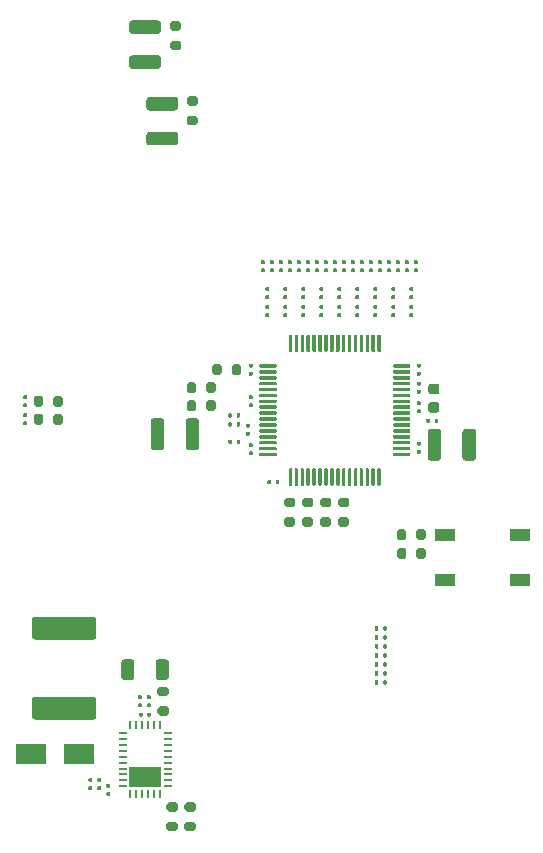
<source format=gbp>
G04 #@! TF.GenerationSoftware,KiCad,Pcbnew,5.1.10*
G04 #@! TF.CreationDate,2021-08-05T15:26:38-04:00*
G04 #@! TF.ProjectId,mist-eeg,6d697374-2d65-4656-972e-6b696361645f,1E*
G04 #@! TF.SameCoordinates,Original*
G04 #@! TF.FileFunction,Paste,Bot*
G04 #@! TF.FilePolarity,Positive*
%FSLAX46Y46*%
G04 Gerber Fmt 4.6, Leading zero omitted, Abs format (unit mm)*
G04 Created by KiCad (PCBNEW 5.1.10) date 2021-08-05 15:26:38*
%MOMM*%
%LPD*%
G01*
G04 APERTURE LIST*
%ADD10R,1.700000X1.000000*%
%ADD11R,2.700000X1.700000*%
%ADD12R,0.250000X0.700000*%
%ADD13R,0.700000X0.250000*%
%ADD14R,2.500000X1.800000*%
G04 APERTURE END LIST*
G36*
G01*
X210247001Y-98584000D02*
X205296999Y-98584000D01*
G75*
G02*
X205047000Y-98334001I0J249999D01*
G01*
X205047000Y-96908999D01*
G75*
G02*
X205296999Y-96659000I249999J0D01*
G01*
X210247001Y-96659000D01*
G75*
G02*
X210497000Y-96908999I0J-249999D01*
G01*
X210497000Y-98334001D01*
G75*
G02*
X210247001Y-98584000I-249999J0D01*
G01*
G37*
G36*
G01*
X210247001Y-91809000D02*
X205296999Y-91809000D01*
G75*
G02*
X205047000Y-91559001I0J249999D01*
G01*
X205047000Y-90133999D01*
G75*
G02*
X205296999Y-89884000I249999J0D01*
G01*
X210247001Y-89884000D01*
G75*
G02*
X210497000Y-90133999I0J-249999D01*
G01*
X210497000Y-91559001D01*
G75*
G02*
X210247001Y-91809000I-249999J0D01*
G01*
G37*
G36*
G01*
X239701500Y-74210999D02*
X239701500Y-76411001D01*
G75*
G02*
X239451501Y-76661000I-249999J0D01*
G01*
X238801499Y-76661000D01*
G75*
G02*
X238551500Y-76411001I0J249999D01*
G01*
X238551500Y-74210999D01*
G75*
G02*
X238801499Y-73961000I249999J0D01*
G01*
X239451501Y-73961000D01*
G75*
G02*
X239701500Y-74210999I0J-249999D01*
G01*
G37*
G36*
G01*
X242651500Y-74210999D02*
X242651500Y-76411001D01*
G75*
G02*
X242401501Y-76661000I-249999J0D01*
G01*
X241751499Y-76661000D01*
G75*
G02*
X241501500Y-76411001I0J249999D01*
G01*
X241501500Y-74210999D01*
G75*
G02*
X241751499Y-73961000I249999J0D01*
G01*
X242401501Y-73961000D01*
G75*
G02*
X242651500Y-74210999I0J-249999D01*
G01*
G37*
G36*
G01*
X216261000Y-73321999D02*
X216261000Y-75522001D01*
G75*
G02*
X216011001Y-75772000I-249999J0D01*
G01*
X215360999Y-75772000D01*
G75*
G02*
X215111000Y-75522001I0J249999D01*
G01*
X215111000Y-73321999D01*
G75*
G02*
X215360999Y-73072000I249999J0D01*
G01*
X216011001Y-73072000D01*
G75*
G02*
X216261000Y-73321999I0J-249999D01*
G01*
G37*
G36*
G01*
X219211000Y-73321999D02*
X219211000Y-75522001D01*
G75*
G02*
X218961001Y-75772000I-249999J0D01*
G01*
X218310999Y-75772000D01*
G75*
G02*
X218061000Y-75522001I0J249999D01*
G01*
X218061000Y-73321999D01*
G75*
G02*
X218310999Y-73072000I249999J0D01*
G01*
X218961001Y-73072000D01*
G75*
G02*
X219211000Y-73321999I0J-249999D01*
G01*
G37*
G36*
G01*
X217190501Y-47017100D02*
X214990499Y-47017100D01*
G75*
G02*
X214740500Y-46767101I0J249999D01*
G01*
X214740500Y-46117099D01*
G75*
G02*
X214990499Y-45867100I249999J0D01*
G01*
X217190501Y-45867100D01*
G75*
G02*
X217440500Y-46117099I0J-249999D01*
G01*
X217440500Y-46767101D01*
G75*
G02*
X217190501Y-47017100I-249999J0D01*
G01*
G37*
G36*
G01*
X217190501Y-49967100D02*
X214990499Y-49967100D01*
G75*
G02*
X214740500Y-49717101I0J249999D01*
G01*
X214740500Y-49067099D01*
G75*
G02*
X214990499Y-48817100I249999J0D01*
G01*
X217190501Y-48817100D01*
G75*
G02*
X217440500Y-49067099I0J-249999D01*
G01*
X217440500Y-49717101D01*
G75*
G02*
X217190501Y-49967100I-249999J0D01*
G01*
G37*
G36*
G01*
X215730001Y-40540100D02*
X213529999Y-40540100D01*
G75*
G02*
X213280000Y-40290101I0J249999D01*
G01*
X213280000Y-39640099D01*
G75*
G02*
X213529999Y-39390100I249999J0D01*
G01*
X215730001Y-39390100D01*
G75*
G02*
X215980000Y-39640099I0J-249999D01*
G01*
X215980000Y-40290101D01*
G75*
G02*
X215730001Y-40540100I-249999J0D01*
G01*
G37*
G36*
G01*
X215730001Y-43490100D02*
X213529999Y-43490100D01*
G75*
G02*
X213280000Y-43240101I0J249999D01*
G01*
X213280000Y-42590099D01*
G75*
G02*
X213529999Y-42340100I249999J0D01*
G01*
X215730001Y-42340100D01*
G75*
G02*
X215980000Y-42590099I0J-249999D01*
G01*
X215980000Y-43240101D01*
G75*
G02*
X215730001Y-43490100I-249999J0D01*
G01*
G37*
G36*
G01*
X213730000Y-93735997D02*
X213730000Y-94986003D01*
G75*
G02*
X213480003Y-95236000I-249997J0D01*
G01*
X212854997Y-95236000D01*
G75*
G02*
X212605000Y-94986003I0J249997D01*
G01*
X212605000Y-93735997D01*
G75*
G02*
X212854997Y-93486000I249997J0D01*
G01*
X213480003Y-93486000D01*
G75*
G02*
X213730000Y-93735997I0J-249997D01*
G01*
G37*
G36*
G01*
X216655000Y-93735997D02*
X216655000Y-94986003D01*
G75*
G02*
X216405003Y-95236000I-249997J0D01*
G01*
X215779997Y-95236000D01*
G75*
G02*
X215530000Y-94986003I0J249997D01*
G01*
X215530000Y-93735997D01*
G75*
G02*
X215779997Y-93486000I249997J0D01*
G01*
X216405003Y-93486000D01*
G75*
G02*
X216655000Y-93735997I0J-249997D01*
G01*
G37*
G36*
G01*
X234755000Y-95541000D02*
X234755000Y-95340000D01*
G75*
G02*
X234834500Y-95260500I79500J0D01*
G01*
X234993500Y-95260500D01*
G75*
G02*
X235073000Y-95340000I0J-79500D01*
G01*
X235073000Y-95541000D01*
G75*
G02*
X234993500Y-95620500I-79500J0D01*
G01*
X234834500Y-95620500D01*
G75*
G02*
X234755000Y-95541000I0J79500D01*
G01*
G37*
G36*
G01*
X234065000Y-95541000D02*
X234065000Y-95340000D01*
G75*
G02*
X234144500Y-95260500I79500J0D01*
G01*
X234303500Y-95260500D01*
G75*
G02*
X234383000Y-95340000I0J-79500D01*
G01*
X234383000Y-95541000D01*
G75*
G02*
X234303500Y-95620500I-79500J0D01*
G01*
X234144500Y-95620500D01*
G75*
G02*
X234065000Y-95541000I0J79500D01*
G01*
G37*
G36*
G01*
X234755000Y-94779000D02*
X234755000Y-94578000D01*
G75*
G02*
X234834500Y-94498500I79500J0D01*
G01*
X234993500Y-94498500D01*
G75*
G02*
X235073000Y-94578000I0J-79500D01*
G01*
X235073000Y-94779000D01*
G75*
G02*
X234993500Y-94858500I-79500J0D01*
G01*
X234834500Y-94858500D01*
G75*
G02*
X234755000Y-94779000I0J79500D01*
G01*
G37*
G36*
G01*
X234065000Y-94779000D02*
X234065000Y-94578000D01*
G75*
G02*
X234144500Y-94498500I79500J0D01*
G01*
X234303500Y-94498500D01*
G75*
G02*
X234383000Y-94578000I0J-79500D01*
G01*
X234383000Y-94779000D01*
G75*
G02*
X234303500Y-94858500I-79500J0D01*
G01*
X234144500Y-94858500D01*
G75*
G02*
X234065000Y-94779000I0J79500D01*
G01*
G37*
G36*
G01*
X234755000Y-90969000D02*
X234755000Y-90768000D01*
G75*
G02*
X234834500Y-90688500I79500J0D01*
G01*
X234993500Y-90688500D01*
G75*
G02*
X235073000Y-90768000I0J-79500D01*
G01*
X235073000Y-90969000D01*
G75*
G02*
X234993500Y-91048500I-79500J0D01*
G01*
X234834500Y-91048500D01*
G75*
G02*
X234755000Y-90969000I0J79500D01*
G01*
G37*
G36*
G01*
X234065000Y-90969000D02*
X234065000Y-90768000D01*
G75*
G02*
X234144500Y-90688500I79500J0D01*
G01*
X234303500Y-90688500D01*
G75*
G02*
X234383000Y-90768000I0J-79500D01*
G01*
X234383000Y-90969000D01*
G75*
G02*
X234303500Y-91048500I-79500J0D01*
G01*
X234144500Y-91048500D01*
G75*
G02*
X234065000Y-90969000I0J79500D01*
G01*
G37*
G36*
G01*
X234755000Y-94017000D02*
X234755000Y-93816000D01*
G75*
G02*
X234834500Y-93736500I79500J0D01*
G01*
X234993500Y-93736500D01*
G75*
G02*
X235073000Y-93816000I0J-79500D01*
G01*
X235073000Y-94017000D01*
G75*
G02*
X234993500Y-94096500I-79500J0D01*
G01*
X234834500Y-94096500D01*
G75*
G02*
X234755000Y-94017000I0J79500D01*
G01*
G37*
G36*
G01*
X234065000Y-94017000D02*
X234065000Y-93816000D01*
G75*
G02*
X234144500Y-93736500I79500J0D01*
G01*
X234303500Y-93736500D01*
G75*
G02*
X234383000Y-93816000I0J-79500D01*
G01*
X234383000Y-94017000D01*
G75*
G02*
X234303500Y-94096500I-79500J0D01*
G01*
X234144500Y-94096500D01*
G75*
G02*
X234065000Y-94017000I0J79500D01*
G01*
G37*
G36*
G01*
X234755000Y-93255000D02*
X234755000Y-93054000D01*
G75*
G02*
X234834500Y-92974500I79500J0D01*
G01*
X234993500Y-92974500D01*
G75*
G02*
X235073000Y-93054000I0J-79500D01*
G01*
X235073000Y-93255000D01*
G75*
G02*
X234993500Y-93334500I-79500J0D01*
G01*
X234834500Y-93334500D01*
G75*
G02*
X234755000Y-93255000I0J79500D01*
G01*
G37*
G36*
G01*
X234065000Y-93255000D02*
X234065000Y-93054000D01*
G75*
G02*
X234144500Y-92974500I79500J0D01*
G01*
X234303500Y-92974500D01*
G75*
G02*
X234383000Y-93054000I0J-79500D01*
G01*
X234383000Y-93255000D01*
G75*
G02*
X234303500Y-93334500I-79500J0D01*
G01*
X234144500Y-93334500D01*
G75*
G02*
X234065000Y-93255000I0J79500D01*
G01*
G37*
G36*
G01*
X234757500Y-92493000D02*
X234757500Y-92292000D01*
G75*
G02*
X234837000Y-92212500I79500J0D01*
G01*
X234996000Y-92212500D01*
G75*
G02*
X235075500Y-92292000I0J-79500D01*
G01*
X235075500Y-92493000D01*
G75*
G02*
X234996000Y-92572500I-79500J0D01*
G01*
X234837000Y-92572500D01*
G75*
G02*
X234757500Y-92493000I0J79500D01*
G01*
G37*
G36*
G01*
X234067500Y-92493000D02*
X234067500Y-92292000D01*
G75*
G02*
X234147000Y-92212500I79500J0D01*
G01*
X234306000Y-92212500D01*
G75*
G02*
X234385500Y-92292000I0J-79500D01*
G01*
X234385500Y-92493000D01*
G75*
G02*
X234306000Y-92572500I-79500J0D01*
G01*
X234147000Y-92572500D01*
G75*
G02*
X234067500Y-92493000I0J79500D01*
G01*
G37*
G36*
G01*
X234755000Y-91731000D02*
X234755000Y-91530000D01*
G75*
G02*
X234834500Y-91450500I79500J0D01*
G01*
X234993500Y-91450500D01*
G75*
G02*
X235073000Y-91530000I0J-79500D01*
G01*
X235073000Y-91731000D01*
G75*
G02*
X234993500Y-91810500I-79500J0D01*
G01*
X234834500Y-91810500D01*
G75*
G02*
X234755000Y-91731000I0J79500D01*
G01*
G37*
G36*
G01*
X234065000Y-91731000D02*
X234065000Y-91530000D01*
G75*
G02*
X234144500Y-91450500I79500J0D01*
G01*
X234303500Y-91450500D01*
G75*
G02*
X234383000Y-91530000I0J-79500D01*
G01*
X234383000Y-91731000D01*
G75*
G02*
X234303500Y-91810500I-79500J0D01*
G01*
X234144500Y-91810500D01*
G75*
G02*
X234065000Y-91731000I0J79500D01*
G01*
G37*
D10*
X246355000Y-82936000D03*
X240055000Y-82936000D03*
X246355000Y-86736000D03*
X240055000Y-86736000D03*
G36*
G01*
X204369500Y-71814000D02*
X204570500Y-71814000D01*
G75*
G02*
X204650000Y-71893500I0J-79500D01*
G01*
X204650000Y-72052500D01*
G75*
G02*
X204570500Y-72132000I-79500J0D01*
G01*
X204369500Y-72132000D01*
G75*
G02*
X204290000Y-72052500I0J79500D01*
G01*
X204290000Y-71893500D01*
G75*
G02*
X204369500Y-71814000I79500J0D01*
G01*
G37*
G36*
G01*
X204369500Y-71124000D02*
X204570500Y-71124000D01*
G75*
G02*
X204650000Y-71203500I0J-79500D01*
G01*
X204650000Y-71362500D01*
G75*
G02*
X204570500Y-71442000I-79500J0D01*
G01*
X204369500Y-71442000D01*
G75*
G02*
X204290000Y-71362500I0J79500D01*
G01*
X204290000Y-71203500D01*
G75*
G02*
X204369500Y-71124000I79500J0D01*
G01*
G37*
G36*
G01*
X206863500Y-71903000D02*
X206863500Y-71353000D01*
G75*
G02*
X207063500Y-71153000I200000J0D01*
G01*
X207463500Y-71153000D01*
G75*
G02*
X207663500Y-71353000I0J-200000D01*
G01*
X207663500Y-71903000D01*
G75*
G02*
X207463500Y-72103000I-200000J0D01*
G01*
X207063500Y-72103000D01*
G75*
G02*
X206863500Y-71903000I0J200000D01*
G01*
G37*
G36*
G01*
X205213500Y-71903000D02*
X205213500Y-71353000D01*
G75*
G02*
X205413500Y-71153000I200000J0D01*
G01*
X205813500Y-71153000D01*
G75*
G02*
X206013500Y-71353000I0J-200000D01*
G01*
X206013500Y-71903000D01*
G75*
G02*
X205813500Y-72103000I-200000J0D01*
G01*
X205413500Y-72103000D01*
G75*
G02*
X205213500Y-71903000I0J200000D01*
G01*
G37*
G36*
G01*
X204570500Y-72966000D02*
X204369500Y-72966000D01*
G75*
G02*
X204290000Y-72886500I0J79500D01*
G01*
X204290000Y-72727500D01*
G75*
G02*
X204369500Y-72648000I79500J0D01*
G01*
X204570500Y-72648000D01*
G75*
G02*
X204650000Y-72727500I0J-79500D01*
G01*
X204650000Y-72886500D01*
G75*
G02*
X204570500Y-72966000I-79500J0D01*
G01*
G37*
G36*
G01*
X204570500Y-73656000D02*
X204369500Y-73656000D01*
G75*
G02*
X204290000Y-73576500I0J79500D01*
G01*
X204290000Y-73417500D01*
G75*
G02*
X204369500Y-73338000I79500J0D01*
G01*
X204570500Y-73338000D01*
G75*
G02*
X204650000Y-73417500I0J-79500D01*
G01*
X204650000Y-73576500D01*
G75*
G02*
X204570500Y-73656000I-79500J0D01*
G01*
G37*
G36*
G01*
X206863000Y-73427000D02*
X206863000Y-72877000D01*
G75*
G02*
X207063000Y-72677000I200000J0D01*
G01*
X207463000Y-72677000D01*
G75*
G02*
X207663000Y-72877000I0J-200000D01*
G01*
X207663000Y-73427000D01*
G75*
G02*
X207463000Y-73627000I-200000J0D01*
G01*
X207063000Y-73627000D01*
G75*
G02*
X206863000Y-73427000I0J200000D01*
G01*
G37*
G36*
G01*
X205213000Y-73427000D02*
X205213000Y-72877000D01*
G75*
G02*
X205413000Y-72677000I200000J0D01*
G01*
X205813000Y-72677000D01*
G75*
G02*
X206013000Y-72877000I0J-200000D01*
G01*
X206013000Y-73427000D01*
G75*
G02*
X205813000Y-73627000I-200000J0D01*
G01*
X205413000Y-73627000D01*
G75*
G02*
X205213000Y-73427000I0J200000D01*
G01*
G37*
G36*
G01*
X237597500Y-84793500D02*
X237597500Y-84243500D01*
G75*
G02*
X237797500Y-84043500I200000J0D01*
G01*
X238197500Y-84043500D01*
G75*
G02*
X238397500Y-84243500I0J-200000D01*
G01*
X238397500Y-84793500D01*
G75*
G02*
X238197500Y-84993500I-200000J0D01*
G01*
X237797500Y-84993500D01*
G75*
G02*
X237597500Y-84793500I0J200000D01*
G01*
G37*
G36*
G01*
X235947500Y-84793500D02*
X235947500Y-84243500D01*
G75*
G02*
X236147500Y-84043500I200000J0D01*
G01*
X236547500Y-84043500D01*
G75*
G02*
X236747500Y-84243500I0J-200000D01*
G01*
X236747500Y-84793500D01*
G75*
G02*
X236547500Y-84993500I-200000J0D01*
G01*
X236147500Y-84993500D01*
G75*
G02*
X235947500Y-84793500I0J200000D01*
G01*
G37*
G36*
G01*
X237597500Y-83206000D02*
X237597500Y-82656000D01*
G75*
G02*
X237797500Y-82456000I200000J0D01*
G01*
X238197500Y-82456000D01*
G75*
G02*
X238397500Y-82656000I0J-200000D01*
G01*
X238397500Y-83206000D01*
G75*
G02*
X238197500Y-83406000I-200000J0D01*
G01*
X237797500Y-83406000D01*
G75*
G02*
X237597500Y-83206000I0J200000D01*
G01*
G37*
G36*
G01*
X235947500Y-83206000D02*
X235947500Y-82656000D01*
G75*
G02*
X236147500Y-82456000I200000J0D01*
G01*
X236547500Y-82456000D01*
G75*
G02*
X236747500Y-82656000I0J-200000D01*
G01*
X236747500Y-83206000D01*
G75*
G02*
X236547500Y-83406000I-200000J0D01*
G01*
X236147500Y-83406000D01*
G75*
G02*
X235947500Y-83206000I0J200000D01*
G01*
G37*
G36*
G01*
X222000500Y-74956500D02*
X222000500Y-75157500D01*
G75*
G02*
X221921000Y-75237000I-79500J0D01*
G01*
X221762000Y-75237000D01*
G75*
G02*
X221682500Y-75157500I0J79500D01*
G01*
X221682500Y-74956500D01*
G75*
G02*
X221762000Y-74877000I79500J0D01*
G01*
X221921000Y-74877000D01*
G75*
G02*
X222000500Y-74956500I0J-79500D01*
G01*
G37*
G36*
G01*
X222690500Y-74956500D02*
X222690500Y-75157500D01*
G75*
G02*
X222611000Y-75237000I-79500J0D01*
G01*
X222452000Y-75237000D01*
G75*
G02*
X222372500Y-75157500I0J79500D01*
G01*
X222372500Y-74956500D01*
G75*
G02*
X222452000Y-74877000I79500J0D01*
G01*
X222611000Y-74877000D01*
G75*
G02*
X222690500Y-74956500I0J-79500D01*
G01*
G37*
D11*
X214630000Y-103481000D03*
D12*
X215880000Y-99081000D03*
X215380000Y-99081000D03*
X214880000Y-99081000D03*
X214380000Y-99081000D03*
X213880000Y-99081000D03*
X213380000Y-99081000D03*
D13*
X212730000Y-99731000D03*
X212730000Y-100231000D03*
X212730000Y-100731000D03*
X212730000Y-101231000D03*
X212730000Y-101731000D03*
X212730000Y-102231000D03*
X212730000Y-102731000D03*
X212730000Y-103231000D03*
X212730000Y-103731000D03*
X212730000Y-104231000D03*
D12*
X213380000Y-104881000D03*
X213880000Y-104881000D03*
X214380000Y-104881000D03*
X214880000Y-104881000D03*
X215380000Y-104881000D03*
X215880000Y-104881000D03*
D13*
X216530000Y-104231000D03*
X216530000Y-103731000D03*
X216530000Y-103231000D03*
X216530000Y-102731000D03*
X216530000Y-102231000D03*
X216530000Y-101731000D03*
X216530000Y-101231000D03*
X216530000Y-100731000D03*
X216530000Y-100231000D03*
X216530000Y-99731000D03*
G36*
G01*
X230034000Y-60012000D02*
X229833000Y-60012000D01*
G75*
G02*
X229753500Y-59932500I0J79500D01*
G01*
X229753500Y-59773500D01*
G75*
G02*
X229833000Y-59694000I79500J0D01*
G01*
X230034000Y-59694000D01*
G75*
G02*
X230113500Y-59773500I0J-79500D01*
G01*
X230113500Y-59932500D01*
G75*
G02*
X230034000Y-60012000I-79500J0D01*
G01*
G37*
G36*
G01*
X230034000Y-60702000D02*
X229833000Y-60702000D01*
G75*
G02*
X229753500Y-60622500I0J79500D01*
G01*
X229753500Y-60463500D01*
G75*
G02*
X229833000Y-60384000I79500J0D01*
G01*
X230034000Y-60384000D01*
G75*
G02*
X230113500Y-60463500I0J-79500D01*
G01*
X230113500Y-60622500D01*
G75*
G02*
X230034000Y-60702000I-79500J0D01*
G01*
G37*
G36*
G01*
X224370500Y-68490000D02*
X225695500Y-68490000D01*
G75*
G02*
X225770500Y-68565000I0J-75000D01*
G01*
X225770500Y-68715000D01*
G75*
G02*
X225695500Y-68790000I-75000J0D01*
G01*
X224370500Y-68790000D01*
G75*
G02*
X224295500Y-68715000I0J75000D01*
G01*
X224295500Y-68565000D01*
G75*
G02*
X224370500Y-68490000I75000J0D01*
G01*
G37*
G36*
G01*
X224370500Y-68990000D02*
X225695500Y-68990000D01*
G75*
G02*
X225770500Y-69065000I0J-75000D01*
G01*
X225770500Y-69215000D01*
G75*
G02*
X225695500Y-69290000I-75000J0D01*
G01*
X224370500Y-69290000D01*
G75*
G02*
X224295500Y-69215000I0J75000D01*
G01*
X224295500Y-69065000D01*
G75*
G02*
X224370500Y-68990000I75000J0D01*
G01*
G37*
G36*
G01*
X224370500Y-69490000D02*
X225695500Y-69490000D01*
G75*
G02*
X225770500Y-69565000I0J-75000D01*
G01*
X225770500Y-69715000D01*
G75*
G02*
X225695500Y-69790000I-75000J0D01*
G01*
X224370500Y-69790000D01*
G75*
G02*
X224295500Y-69715000I0J75000D01*
G01*
X224295500Y-69565000D01*
G75*
G02*
X224370500Y-69490000I75000J0D01*
G01*
G37*
G36*
G01*
X224370500Y-69990000D02*
X225695500Y-69990000D01*
G75*
G02*
X225770500Y-70065000I0J-75000D01*
G01*
X225770500Y-70215000D01*
G75*
G02*
X225695500Y-70290000I-75000J0D01*
G01*
X224370500Y-70290000D01*
G75*
G02*
X224295500Y-70215000I0J75000D01*
G01*
X224295500Y-70065000D01*
G75*
G02*
X224370500Y-69990000I75000J0D01*
G01*
G37*
G36*
G01*
X224370500Y-70490000D02*
X225695500Y-70490000D01*
G75*
G02*
X225770500Y-70565000I0J-75000D01*
G01*
X225770500Y-70715000D01*
G75*
G02*
X225695500Y-70790000I-75000J0D01*
G01*
X224370500Y-70790000D01*
G75*
G02*
X224295500Y-70715000I0J75000D01*
G01*
X224295500Y-70565000D01*
G75*
G02*
X224370500Y-70490000I75000J0D01*
G01*
G37*
G36*
G01*
X224370500Y-70990000D02*
X225695500Y-70990000D01*
G75*
G02*
X225770500Y-71065000I0J-75000D01*
G01*
X225770500Y-71215000D01*
G75*
G02*
X225695500Y-71290000I-75000J0D01*
G01*
X224370500Y-71290000D01*
G75*
G02*
X224295500Y-71215000I0J75000D01*
G01*
X224295500Y-71065000D01*
G75*
G02*
X224370500Y-70990000I75000J0D01*
G01*
G37*
G36*
G01*
X224370500Y-71490000D02*
X225695500Y-71490000D01*
G75*
G02*
X225770500Y-71565000I0J-75000D01*
G01*
X225770500Y-71715000D01*
G75*
G02*
X225695500Y-71790000I-75000J0D01*
G01*
X224370500Y-71790000D01*
G75*
G02*
X224295500Y-71715000I0J75000D01*
G01*
X224295500Y-71565000D01*
G75*
G02*
X224370500Y-71490000I75000J0D01*
G01*
G37*
G36*
G01*
X224370500Y-71990000D02*
X225695500Y-71990000D01*
G75*
G02*
X225770500Y-72065000I0J-75000D01*
G01*
X225770500Y-72215000D01*
G75*
G02*
X225695500Y-72290000I-75000J0D01*
G01*
X224370500Y-72290000D01*
G75*
G02*
X224295500Y-72215000I0J75000D01*
G01*
X224295500Y-72065000D01*
G75*
G02*
X224370500Y-71990000I75000J0D01*
G01*
G37*
G36*
G01*
X224370500Y-72490000D02*
X225695500Y-72490000D01*
G75*
G02*
X225770500Y-72565000I0J-75000D01*
G01*
X225770500Y-72715000D01*
G75*
G02*
X225695500Y-72790000I-75000J0D01*
G01*
X224370500Y-72790000D01*
G75*
G02*
X224295500Y-72715000I0J75000D01*
G01*
X224295500Y-72565000D01*
G75*
G02*
X224370500Y-72490000I75000J0D01*
G01*
G37*
G36*
G01*
X224370500Y-72990000D02*
X225695500Y-72990000D01*
G75*
G02*
X225770500Y-73065000I0J-75000D01*
G01*
X225770500Y-73215000D01*
G75*
G02*
X225695500Y-73290000I-75000J0D01*
G01*
X224370500Y-73290000D01*
G75*
G02*
X224295500Y-73215000I0J75000D01*
G01*
X224295500Y-73065000D01*
G75*
G02*
X224370500Y-72990000I75000J0D01*
G01*
G37*
G36*
G01*
X224370500Y-73490000D02*
X225695500Y-73490000D01*
G75*
G02*
X225770500Y-73565000I0J-75000D01*
G01*
X225770500Y-73715000D01*
G75*
G02*
X225695500Y-73790000I-75000J0D01*
G01*
X224370500Y-73790000D01*
G75*
G02*
X224295500Y-73715000I0J75000D01*
G01*
X224295500Y-73565000D01*
G75*
G02*
X224370500Y-73490000I75000J0D01*
G01*
G37*
G36*
G01*
X224370500Y-73990000D02*
X225695500Y-73990000D01*
G75*
G02*
X225770500Y-74065000I0J-75000D01*
G01*
X225770500Y-74215000D01*
G75*
G02*
X225695500Y-74290000I-75000J0D01*
G01*
X224370500Y-74290000D01*
G75*
G02*
X224295500Y-74215000I0J75000D01*
G01*
X224295500Y-74065000D01*
G75*
G02*
X224370500Y-73990000I75000J0D01*
G01*
G37*
G36*
G01*
X224370500Y-74490000D02*
X225695500Y-74490000D01*
G75*
G02*
X225770500Y-74565000I0J-75000D01*
G01*
X225770500Y-74715000D01*
G75*
G02*
X225695500Y-74790000I-75000J0D01*
G01*
X224370500Y-74790000D01*
G75*
G02*
X224295500Y-74715000I0J75000D01*
G01*
X224295500Y-74565000D01*
G75*
G02*
X224370500Y-74490000I75000J0D01*
G01*
G37*
G36*
G01*
X224370500Y-74990000D02*
X225695500Y-74990000D01*
G75*
G02*
X225770500Y-75065000I0J-75000D01*
G01*
X225770500Y-75215000D01*
G75*
G02*
X225695500Y-75290000I-75000J0D01*
G01*
X224370500Y-75290000D01*
G75*
G02*
X224295500Y-75215000I0J75000D01*
G01*
X224295500Y-75065000D01*
G75*
G02*
X224370500Y-74990000I75000J0D01*
G01*
G37*
G36*
G01*
X224370500Y-75490000D02*
X225695500Y-75490000D01*
G75*
G02*
X225770500Y-75565000I0J-75000D01*
G01*
X225770500Y-75715000D01*
G75*
G02*
X225695500Y-75790000I-75000J0D01*
G01*
X224370500Y-75790000D01*
G75*
G02*
X224295500Y-75715000I0J75000D01*
G01*
X224295500Y-75565000D01*
G75*
G02*
X224370500Y-75490000I75000J0D01*
G01*
G37*
G36*
G01*
X224370500Y-75990000D02*
X225695500Y-75990000D01*
G75*
G02*
X225770500Y-76065000I0J-75000D01*
G01*
X225770500Y-76215000D01*
G75*
G02*
X225695500Y-76290000I-75000J0D01*
G01*
X224370500Y-76290000D01*
G75*
G02*
X224295500Y-76215000I0J75000D01*
G01*
X224295500Y-76065000D01*
G75*
G02*
X224370500Y-75990000I75000J0D01*
G01*
G37*
G36*
G01*
X226870500Y-77315000D02*
X227020500Y-77315000D01*
G75*
G02*
X227095500Y-77390000I0J-75000D01*
G01*
X227095500Y-78715000D01*
G75*
G02*
X227020500Y-78790000I-75000J0D01*
G01*
X226870500Y-78790000D01*
G75*
G02*
X226795500Y-78715000I0J75000D01*
G01*
X226795500Y-77390000D01*
G75*
G02*
X226870500Y-77315000I75000J0D01*
G01*
G37*
G36*
G01*
X227370500Y-77315000D02*
X227520500Y-77315000D01*
G75*
G02*
X227595500Y-77390000I0J-75000D01*
G01*
X227595500Y-78715000D01*
G75*
G02*
X227520500Y-78790000I-75000J0D01*
G01*
X227370500Y-78790000D01*
G75*
G02*
X227295500Y-78715000I0J75000D01*
G01*
X227295500Y-77390000D01*
G75*
G02*
X227370500Y-77315000I75000J0D01*
G01*
G37*
G36*
G01*
X227870500Y-77315000D02*
X228020500Y-77315000D01*
G75*
G02*
X228095500Y-77390000I0J-75000D01*
G01*
X228095500Y-78715000D01*
G75*
G02*
X228020500Y-78790000I-75000J0D01*
G01*
X227870500Y-78790000D01*
G75*
G02*
X227795500Y-78715000I0J75000D01*
G01*
X227795500Y-77390000D01*
G75*
G02*
X227870500Y-77315000I75000J0D01*
G01*
G37*
G36*
G01*
X228370500Y-77315000D02*
X228520500Y-77315000D01*
G75*
G02*
X228595500Y-77390000I0J-75000D01*
G01*
X228595500Y-78715000D01*
G75*
G02*
X228520500Y-78790000I-75000J0D01*
G01*
X228370500Y-78790000D01*
G75*
G02*
X228295500Y-78715000I0J75000D01*
G01*
X228295500Y-77390000D01*
G75*
G02*
X228370500Y-77315000I75000J0D01*
G01*
G37*
G36*
G01*
X228870500Y-77315000D02*
X229020500Y-77315000D01*
G75*
G02*
X229095500Y-77390000I0J-75000D01*
G01*
X229095500Y-78715000D01*
G75*
G02*
X229020500Y-78790000I-75000J0D01*
G01*
X228870500Y-78790000D01*
G75*
G02*
X228795500Y-78715000I0J75000D01*
G01*
X228795500Y-77390000D01*
G75*
G02*
X228870500Y-77315000I75000J0D01*
G01*
G37*
G36*
G01*
X229370500Y-77315000D02*
X229520500Y-77315000D01*
G75*
G02*
X229595500Y-77390000I0J-75000D01*
G01*
X229595500Y-78715000D01*
G75*
G02*
X229520500Y-78790000I-75000J0D01*
G01*
X229370500Y-78790000D01*
G75*
G02*
X229295500Y-78715000I0J75000D01*
G01*
X229295500Y-77390000D01*
G75*
G02*
X229370500Y-77315000I75000J0D01*
G01*
G37*
G36*
G01*
X229870500Y-77315000D02*
X230020500Y-77315000D01*
G75*
G02*
X230095500Y-77390000I0J-75000D01*
G01*
X230095500Y-78715000D01*
G75*
G02*
X230020500Y-78790000I-75000J0D01*
G01*
X229870500Y-78790000D01*
G75*
G02*
X229795500Y-78715000I0J75000D01*
G01*
X229795500Y-77390000D01*
G75*
G02*
X229870500Y-77315000I75000J0D01*
G01*
G37*
G36*
G01*
X230370500Y-77315000D02*
X230520500Y-77315000D01*
G75*
G02*
X230595500Y-77390000I0J-75000D01*
G01*
X230595500Y-78715000D01*
G75*
G02*
X230520500Y-78790000I-75000J0D01*
G01*
X230370500Y-78790000D01*
G75*
G02*
X230295500Y-78715000I0J75000D01*
G01*
X230295500Y-77390000D01*
G75*
G02*
X230370500Y-77315000I75000J0D01*
G01*
G37*
G36*
G01*
X230870500Y-77315000D02*
X231020500Y-77315000D01*
G75*
G02*
X231095500Y-77390000I0J-75000D01*
G01*
X231095500Y-78715000D01*
G75*
G02*
X231020500Y-78790000I-75000J0D01*
G01*
X230870500Y-78790000D01*
G75*
G02*
X230795500Y-78715000I0J75000D01*
G01*
X230795500Y-77390000D01*
G75*
G02*
X230870500Y-77315000I75000J0D01*
G01*
G37*
G36*
G01*
X231370500Y-77315000D02*
X231520500Y-77315000D01*
G75*
G02*
X231595500Y-77390000I0J-75000D01*
G01*
X231595500Y-78715000D01*
G75*
G02*
X231520500Y-78790000I-75000J0D01*
G01*
X231370500Y-78790000D01*
G75*
G02*
X231295500Y-78715000I0J75000D01*
G01*
X231295500Y-77390000D01*
G75*
G02*
X231370500Y-77315000I75000J0D01*
G01*
G37*
G36*
G01*
X231870500Y-77315000D02*
X232020500Y-77315000D01*
G75*
G02*
X232095500Y-77390000I0J-75000D01*
G01*
X232095500Y-78715000D01*
G75*
G02*
X232020500Y-78790000I-75000J0D01*
G01*
X231870500Y-78790000D01*
G75*
G02*
X231795500Y-78715000I0J75000D01*
G01*
X231795500Y-77390000D01*
G75*
G02*
X231870500Y-77315000I75000J0D01*
G01*
G37*
G36*
G01*
X232370500Y-77315000D02*
X232520500Y-77315000D01*
G75*
G02*
X232595500Y-77390000I0J-75000D01*
G01*
X232595500Y-78715000D01*
G75*
G02*
X232520500Y-78790000I-75000J0D01*
G01*
X232370500Y-78790000D01*
G75*
G02*
X232295500Y-78715000I0J75000D01*
G01*
X232295500Y-77390000D01*
G75*
G02*
X232370500Y-77315000I75000J0D01*
G01*
G37*
G36*
G01*
X232870500Y-77315000D02*
X233020500Y-77315000D01*
G75*
G02*
X233095500Y-77390000I0J-75000D01*
G01*
X233095500Y-78715000D01*
G75*
G02*
X233020500Y-78790000I-75000J0D01*
G01*
X232870500Y-78790000D01*
G75*
G02*
X232795500Y-78715000I0J75000D01*
G01*
X232795500Y-77390000D01*
G75*
G02*
X232870500Y-77315000I75000J0D01*
G01*
G37*
G36*
G01*
X233370500Y-77315000D02*
X233520500Y-77315000D01*
G75*
G02*
X233595500Y-77390000I0J-75000D01*
G01*
X233595500Y-78715000D01*
G75*
G02*
X233520500Y-78790000I-75000J0D01*
G01*
X233370500Y-78790000D01*
G75*
G02*
X233295500Y-78715000I0J75000D01*
G01*
X233295500Y-77390000D01*
G75*
G02*
X233370500Y-77315000I75000J0D01*
G01*
G37*
G36*
G01*
X233870500Y-77315000D02*
X234020500Y-77315000D01*
G75*
G02*
X234095500Y-77390000I0J-75000D01*
G01*
X234095500Y-78715000D01*
G75*
G02*
X234020500Y-78790000I-75000J0D01*
G01*
X233870500Y-78790000D01*
G75*
G02*
X233795500Y-78715000I0J75000D01*
G01*
X233795500Y-77390000D01*
G75*
G02*
X233870500Y-77315000I75000J0D01*
G01*
G37*
G36*
G01*
X234370500Y-77315000D02*
X234520500Y-77315000D01*
G75*
G02*
X234595500Y-77390000I0J-75000D01*
G01*
X234595500Y-78715000D01*
G75*
G02*
X234520500Y-78790000I-75000J0D01*
G01*
X234370500Y-78790000D01*
G75*
G02*
X234295500Y-78715000I0J75000D01*
G01*
X234295500Y-77390000D01*
G75*
G02*
X234370500Y-77315000I75000J0D01*
G01*
G37*
G36*
G01*
X235695500Y-75990000D02*
X237020500Y-75990000D01*
G75*
G02*
X237095500Y-76065000I0J-75000D01*
G01*
X237095500Y-76215000D01*
G75*
G02*
X237020500Y-76290000I-75000J0D01*
G01*
X235695500Y-76290000D01*
G75*
G02*
X235620500Y-76215000I0J75000D01*
G01*
X235620500Y-76065000D01*
G75*
G02*
X235695500Y-75990000I75000J0D01*
G01*
G37*
G36*
G01*
X235695500Y-75490000D02*
X237020500Y-75490000D01*
G75*
G02*
X237095500Y-75565000I0J-75000D01*
G01*
X237095500Y-75715000D01*
G75*
G02*
X237020500Y-75790000I-75000J0D01*
G01*
X235695500Y-75790000D01*
G75*
G02*
X235620500Y-75715000I0J75000D01*
G01*
X235620500Y-75565000D01*
G75*
G02*
X235695500Y-75490000I75000J0D01*
G01*
G37*
G36*
G01*
X235695500Y-74990000D02*
X237020500Y-74990000D01*
G75*
G02*
X237095500Y-75065000I0J-75000D01*
G01*
X237095500Y-75215000D01*
G75*
G02*
X237020500Y-75290000I-75000J0D01*
G01*
X235695500Y-75290000D01*
G75*
G02*
X235620500Y-75215000I0J75000D01*
G01*
X235620500Y-75065000D01*
G75*
G02*
X235695500Y-74990000I75000J0D01*
G01*
G37*
G36*
G01*
X235695500Y-74490000D02*
X237020500Y-74490000D01*
G75*
G02*
X237095500Y-74565000I0J-75000D01*
G01*
X237095500Y-74715000D01*
G75*
G02*
X237020500Y-74790000I-75000J0D01*
G01*
X235695500Y-74790000D01*
G75*
G02*
X235620500Y-74715000I0J75000D01*
G01*
X235620500Y-74565000D01*
G75*
G02*
X235695500Y-74490000I75000J0D01*
G01*
G37*
G36*
G01*
X235695500Y-73990000D02*
X237020500Y-73990000D01*
G75*
G02*
X237095500Y-74065000I0J-75000D01*
G01*
X237095500Y-74215000D01*
G75*
G02*
X237020500Y-74290000I-75000J0D01*
G01*
X235695500Y-74290000D01*
G75*
G02*
X235620500Y-74215000I0J75000D01*
G01*
X235620500Y-74065000D01*
G75*
G02*
X235695500Y-73990000I75000J0D01*
G01*
G37*
G36*
G01*
X235695500Y-73490000D02*
X237020500Y-73490000D01*
G75*
G02*
X237095500Y-73565000I0J-75000D01*
G01*
X237095500Y-73715000D01*
G75*
G02*
X237020500Y-73790000I-75000J0D01*
G01*
X235695500Y-73790000D01*
G75*
G02*
X235620500Y-73715000I0J75000D01*
G01*
X235620500Y-73565000D01*
G75*
G02*
X235695500Y-73490000I75000J0D01*
G01*
G37*
G36*
G01*
X235695500Y-72990000D02*
X237020500Y-72990000D01*
G75*
G02*
X237095500Y-73065000I0J-75000D01*
G01*
X237095500Y-73215000D01*
G75*
G02*
X237020500Y-73290000I-75000J0D01*
G01*
X235695500Y-73290000D01*
G75*
G02*
X235620500Y-73215000I0J75000D01*
G01*
X235620500Y-73065000D01*
G75*
G02*
X235695500Y-72990000I75000J0D01*
G01*
G37*
G36*
G01*
X235695500Y-72490000D02*
X237020500Y-72490000D01*
G75*
G02*
X237095500Y-72565000I0J-75000D01*
G01*
X237095500Y-72715000D01*
G75*
G02*
X237020500Y-72790000I-75000J0D01*
G01*
X235695500Y-72790000D01*
G75*
G02*
X235620500Y-72715000I0J75000D01*
G01*
X235620500Y-72565000D01*
G75*
G02*
X235695500Y-72490000I75000J0D01*
G01*
G37*
G36*
G01*
X235695500Y-71990000D02*
X237020500Y-71990000D01*
G75*
G02*
X237095500Y-72065000I0J-75000D01*
G01*
X237095500Y-72215000D01*
G75*
G02*
X237020500Y-72290000I-75000J0D01*
G01*
X235695500Y-72290000D01*
G75*
G02*
X235620500Y-72215000I0J75000D01*
G01*
X235620500Y-72065000D01*
G75*
G02*
X235695500Y-71990000I75000J0D01*
G01*
G37*
G36*
G01*
X235695500Y-71490000D02*
X237020500Y-71490000D01*
G75*
G02*
X237095500Y-71565000I0J-75000D01*
G01*
X237095500Y-71715000D01*
G75*
G02*
X237020500Y-71790000I-75000J0D01*
G01*
X235695500Y-71790000D01*
G75*
G02*
X235620500Y-71715000I0J75000D01*
G01*
X235620500Y-71565000D01*
G75*
G02*
X235695500Y-71490000I75000J0D01*
G01*
G37*
G36*
G01*
X235695500Y-70990000D02*
X237020500Y-70990000D01*
G75*
G02*
X237095500Y-71065000I0J-75000D01*
G01*
X237095500Y-71215000D01*
G75*
G02*
X237020500Y-71290000I-75000J0D01*
G01*
X235695500Y-71290000D01*
G75*
G02*
X235620500Y-71215000I0J75000D01*
G01*
X235620500Y-71065000D01*
G75*
G02*
X235695500Y-70990000I75000J0D01*
G01*
G37*
G36*
G01*
X235695500Y-70490000D02*
X237020500Y-70490000D01*
G75*
G02*
X237095500Y-70565000I0J-75000D01*
G01*
X237095500Y-70715000D01*
G75*
G02*
X237020500Y-70790000I-75000J0D01*
G01*
X235695500Y-70790000D01*
G75*
G02*
X235620500Y-70715000I0J75000D01*
G01*
X235620500Y-70565000D01*
G75*
G02*
X235695500Y-70490000I75000J0D01*
G01*
G37*
G36*
G01*
X235695500Y-69990000D02*
X237020500Y-69990000D01*
G75*
G02*
X237095500Y-70065000I0J-75000D01*
G01*
X237095500Y-70215000D01*
G75*
G02*
X237020500Y-70290000I-75000J0D01*
G01*
X235695500Y-70290000D01*
G75*
G02*
X235620500Y-70215000I0J75000D01*
G01*
X235620500Y-70065000D01*
G75*
G02*
X235695500Y-69990000I75000J0D01*
G01*
G37*
G36*
G01*
X235695500Y-69490000D02*
X237020500Y-69490000D01*
G75*
G02*
X237095500Y-69565000I0J-75000D01*
G01*
X237095500Y-69715000D01*
G75*
G02*
X237020500Y-69790000I-75000J0D01*
G01*
X235695500Y-69790000D01*
G75*
G02*
X235620500Y-69715000I0J75000D01*
G01*
X235620500Y-69565000D01*
G75*
G02*
X235695500Y-69490000I75000J0D01*
G01*
G37*
G36*
G01*
X235695500Y-68990000D02*
X237020500Y-68990000D01*
G75*
G02*
X237095500Y-69065000I0J-75000D01*
G01*
X237095500Y-69215000D01*
G75*
G02*
X237020500Y-69290000I-75000J0D01*
G01*
X235695500Y-69290000D01*
G75*
G02*
X235620500Y-69215000I0J75000D01*
G01*
X235620500Y-69065000D01*
G75*
G02*
X235695500Y-68990000I75000J0D01*
G01*
G37*
G36*
G01*
X235695500Y-68490000D02*
X237020500Y-68490000D01*
G75*
G02*
X237095500Y-68565000I0J-75000D01*
G01*
X237095500Y-68715000D01*
G75*
G02*
X237020500Y-68790000I-75000J0D01*
G01*
X235695500Y-68790000D01*
G75*
G02*
X235620500Y-68715000I0J75000D01*
G01*
X235620500Y-68565000D01*
G75*
G02*
X235695500Y-68490000I75000J0D01*
G01*
G37*
G36*
G01*
X234370500Y-65990000D02*
X234520500Y-65990000D01*
G75*
G02*
X234595500Y-66065000I0J-75000D01*
G01*
X234595500Y-67390000D01*
G75*
G02*
X234520500Y-67465000I-75000J0D01*
G01*
X234370500Y-67465000D01*
G75*
G02*
X234295500Y-67390000I0J75000D01*
G01*
X234295500Y-66065000D01*
G75*
G02*
X234370500Y-65990000I75000J0D01*
G01*
G37*
G36*
G01*
X233870500Y-65990000D02*
X234020500Y-65990000D01*
G75*
G02*
X234095500Y-66065000I0J-75000D01*
G01*
X234095500Y-67390000D01*
G75*
G02*
X234020500Y-67465000I-75000J0D01*
G01*
X233870500Y-67465000D01*
G75*
G02*
X233795500Y-67390000I0J75000D01*
G01*
X233795500Y-66065000D01*
G75*
G02*
X233870500Y-65990000I75000J0D01*
G01*
G37*
G36*
G01*
X233370500Y-65990000D02*
X233520500Y-65990000D01*
G75*
G02*
X233595500Y-66065000I0J-75000D01*
G01*
X233595500Y-67390000D01*
G75*
G02*
X233520500Y-67465000I-75000J0D01*
G01*
X233370500Y-67465000D01*
G75*
G02*
X233295500Y-67390000I0J75000D01*
G01*
X233295500Y-66065000D01*
G75*
G02*
X233370500Y-65990000I75000J0D01*
G01*
G37*
G36*
G01*
X232870500Y-65990000D02*
X233020500Y-65990000D01*
G75*
G02*
X233095500Y-66065000I0J-75000D01*
G01*
X233095500Y-67390000D01*
G75*
G02*
X233020500Y-67465000I-75000J0D01*
G01*
X232870500Y-67465000D01*
G75*
G02*
X232795500Y-67390000I0J75000D01*
G01*
X232795500Y-66065000D01*
G75*
G02*
X232870500Y-65990000I75000J0D01*
G01*
G37*
G36*
G01*
X232370500Y-65990000D02*
X232520500Y-65990000D01*
G75*
G02*
X232595500Y-66065000I0J-75000D01*
G01*
X232595500Y-67390000D01*
G75*
G02*
X232520500Y-67465000I-75000J0D01*
G01*
X232370500Y-67465000D01*
G75*
G02*
X232295500Y-67390000I0J75000D01*
G01*
X232295500Y-66065000D01*
G75*
G02*
X232370500Y-65990000I75000J0D01*
G01*
G37*
G36*
G01*
X231870500Y-65990000D02*
X232020500Y-65990000D01*
G75*
G02*
X232095500Y-66065000I0J-75000D01*
G01*
X232095500Y-67390000D01*
G75*
G02*
X232020500Y-67465000I-75000J0D01*
G01*
X231870500Y-67465000D01*
G75*
G02*
X231795500Y-67390000I0J75000D01*
G01*
X231795500Y-66065000D01*
G75*
G02*
X231870500Y-65990000I75000J0D01*
G01*
G37*
G36*
G01*
X231370500Y-65990000D02*
X231520500Y-65990000D01*
G75*
G02*
X231595500Y-66065000I0J-75000D01*
G01*
X231595500Y-67390000D01*
G75*
G02*
X231520500Y-67465000I-75000J0D01*
G01*
X231370500Y-67465000D01*
G75*
G02*
X231295500Y-67390000I0J75000D01*
G01*
X231295500Y-66065000D01*
G75*
G02*
X231370500Y-65990000I75000J0D01*
G01*
G37*
G36*
G01*
X230870500Y-65990000D02*
X231020500Y-65990000D01*
G75*
G02*
X231095500Y-66065000I0J-75000D01*
G01*
X231095500Y-67390000D01*
G75*
G02*
X231020500Y-67465000I-75000J0D01*
G01*
X230870500Y-67465000D01*
G75*
G02*
X230795500Y-67390000I0J75000D01*
G01*
X230795500Y-66065000D01*
G75*
G02*
X230870500Y-65990000I75000J0D01*
G01*
G37*
G36*
G01*
X230370500Y-65990000D02*
X230520500Y-65990000D01*
G75*
G02*
X230595500Y-66065000I0J-75000D01*
G01*
X230595500Y-67390000D01*
G75*
G02*
X230520500Y-67465000I-75000J0D01*
G01*
X230370500Y-67465000D01*
G75*
G02*
X230295500Y-67390000I0J75000D01*
G01*
X230295500Y-66065000D01*
G75*
G02*
X230370500Y-65990000I75000J0D01*
G01*
G37*
G36*
G01*
X229870500Y-65990000D02*
X230020500Y-65990000D01*
G75*
G02*
X230095500Y-66065000I0J-75000D01*
G01*
X230095500Y-67390000D01*
G75*
G02*
X230020500Y-67465000I-75000J0D01*
G01*
X229870500Y-67465000D01*
G75*
G02*
X229795500Y-67390000I0J75000D01*
G01*
X229795500Y-66065000D01*
G75*
G02*
X229870500Y-65990000I75000J0D01*
G01*
G37*
G36*
G01*
X229370500Y-65990000D02*
X229520500Y-65990000D01*
G75*
G02*
X229595500Y-66065000I0J-75000D01*
G01*
X229595500Y-67390000D01*
G75*
G02*
X229520500Y-67465000I-75000J0D01*
G01*
X229370500Y-67465000D01*
G75*
G02*
X229295500Y-67390000I0J75000D01*
G01*
X229295500Y-66065000D01*
G75*
G02*
X229370500Y-65990000I75000J0D01*
G01*
G37*
G36*
G01*
X228870500Y-65990000D02*
X229020500Y-65990000D01*
G75*
G02*
X229095500Y-66065000I0J-75000D01*
G01*
X229095500Y-67390000D01*
G75*
G02*
X229020500Y-67465000I-75000J0D01*
G01*
X228870500Y-67465000D01*
G75*
G02*
X228795500Y-67390000I0J75000D01*
G01*
X228795500Y-66065000D01*
G75*
G02*
X228870500Y-65990000I75000J0D01*
G01*
G37*
G36*
G01*
X228370500Y-65990000D02*
X228520500Y-65990000D01*
G75*
G02*
X228595500Y-66065000I0J-75000D01*
G01*
X228595500Y-67390000D01*
G75*
G02*
X228520500Y-67465000I-75000J0D01*
G01*
X228370500Y-67465000D01*
G75*
G02*
X228295500Y-67390000I0J75000D01*
G01*
X228295500Y-66065000D01*
G75*
G02*
X228370500Y-65990000I75000J0D01*
G01*
G37*
G36*
G01*
X227870500Y-65990000D02*
X228020500Y-65990000D01*
G75*
G02*
X228095500Y-66065000I0J-75000D01*
G01*
X228095500Y-67390000D01*
G75*
G02*
X228020500Y-67465000I-75000J0D01*
G01*
X227870500Y-67465000D01*
G75*
G02*
X227795500Y-67390000I0J75000D01*
G01*
X227795500Y-66065000D01*
G75*
G02*
X227870500Y-65990000I75000J0D01*
G01*
G37*
G36*
G01*
X227370500Y-65990000D02*
X227520500Y-65990000D01*
G75*
G02*
X227595500Y-66065000I0J-75000D01*
G01*
X227595500Y-67390000D01*
G75*
G02*
X227520500Y-67465000I-75000J0D01*
G01*
X227370500Y-67465000D01*
G75*
G02*
X227295500Y-67390000I0J75000D01*
G01*
X227295500Y-66065000D01*
G75*
G02*
X227370500Y-65990000I75000J0D01*
G01*
G37*
G36*
G01*
X226870500Y-65990000D02*
X227020500Y-65990000D01*
G75*
G02*
X227095500Y-66065000I0J-75000D01*
G01*
X227095500Y-67390000D01*
G75*
G02*
X227020500Y-67465000I-75000J0D01*
G01*
X226870500Y-67465000D01*
G75*
G02*
X226795500Y-67390000I0J75000D01*
G01*
X226795500Y-66065000D01*
G75*
G02*
X226870500Y-65990000I75000J0D01*
G01*
G37*
G36*
G01*
X236892000Y-60012000D02*
X236691000Y-60012000D01*
G75*
G02*
X236611500Y-59932500I0J79500D01*
G01*
X236611500Y-59773500D01*
G75*
G02*
X236691000Y-59694000I79500J0D01*
G01*
X236892000Y-59694000D01*
G75*
G02*
X236971500Y-59773500I0J-79500D01*
G01*
X236971500Y-59932500D01*
G75*
G02*
X236892000Y-60012000I-79500J0D01*
G01*
G37*
G36*
G01*
X236892000Y-60702000D02*
X236691000Y-60702000D01*
G75*
G02*
X236611500Y-60622500I0J79500D01*
G01*
X236611500Y-60463500D01*
G75*
G02*
X236691000Y-60384000I79500J0D01*
G01*
X236892000Y-60384000D01*
G75*
G02*
X236971500Y-60463500I0J-79500D01*
G01*
X236971500Y-60622500D01*
G75*
G02*
X236892000Y-60702000I-79500J0D01*
G01*
G37*
G36*
G01*
X237908000Y-70299000D02*
X237707000Y-70299000D01*
G75*
G02*
X237627500Y-70219500I0J79500D01*
G01*
X237627500Y-70060500D01*
G75*
G02*
X237707000Y-69981000I79500J0D01*
G01*
X237908000Y-69981000D01*
G75*
G02*
X237987500Y-70060500I0J-79500D01*
G01*
X237987500Y-70219500D01*
G75*
G02*
X237908000Y-70299000I-79500J0D01*
G01*
G37*
G36*
G01*
X237908000Y-70989000D02*
X237707000Y-70989000D01*
G75*
G02*
X237627500Y-70909500I0J79500D01*
G01*
X237627500Y-70750500D01*
G75*
G02*
X237707000Y-70671000I79500J0D01*
G01*
X237908000Y-70671000D01*
G75*
G02*
X237987500Y-70750500I0J-79500D01*
G01*
X237987500Y-70909500D01*
G75*
G02*
X237908000Y-70989000I-79500J0D01*
G01*
G37*
G36*
G01*
X237908000Y-68775000D02*
X237707000Y-68775000D01*
G75*
G02*
X237627500Y-68695500I0J79500D01*
G01*
X237627500Y-68536500D01*
G75*
G02*
X237707000Y-68457000I79500J0D01*
G01*
X237908000Y-68457000D01*
G75*
G02*
X237987500Y-68536500I0J-79500D01*
G01*
X237987500Y-68695500D01*
G75*
G02*
X237908000Y-68775000I-79500J0D01*
G01*
G37*
G36*
G01*
X237908000Y-69465000D02*
X237707000Y-69465000D01*
G75*
G02*
X237627500Y-69385500I0J79500D01*
G01*
X237627500Y-69226500D01*
G75*
G02*
X237707000Y-69147000I79500J0D01*
G01*
X237908000Y-69147000D01*
G75*
G02*
X237987500Y-69226500I0J-79500D01*
G01*
X237987500Y-69385500D01*
G75*
G02*
X237908000Y-69465000I-79500J0D01*
G01*
G37*
G36*
G01*
X218967500Y-70210000D02*
X218967500Y-70760000D01*
G75*
G02*
X218767500Y-70960000I-200000J0D01*
G01*
X218367500Y-70960000D01*
G75*
G02*
X218167500Y-70760000I0J200000D01*
G01*
X218167500Y-70210000D01*
G75*
G02*
X218367500Y-70010000I200000J0D01*
G01*
X218767500Y-70010000D01*
G75*
G02*
X218967500Y-70210000I0J-200000D01*
G01*
G37*
G36*
G01*
X220617500Y-70210000D02*
X220617500Y-70760000D01*
G75*
G02*
X220417500Y-70960000I-200000J0D01*
G01*
X220017500Y-70960000D01*
G75*
G02*
X219817500Y-70760000I0J200000D01*
G01*
X219817500Y-70210000D01*
G75*
G02*
X220017500Y-70010000I200000J0D01*
G01*
X220417500Y-70010000D01*
G75*
G02*
X220617500Y-70210000I0J-200000D01*
G01*
G37*
G36*
G01*
X223229000Y-74227000D02*
X223430000Y-74227000D01*
G75*
G02*
X223509500Y-74306500I0J-79500D01*
G01*
X223509500Y-74465500D01*
G75*
G02*
X223430000Y-74545000I-79500J0D01*
G01*
X223229000Y-74545000D01*
G75*
G02*
X223149500Y-74465500I0J79500D01*
G01*
X223149500Y-74306500D01*
G75*
G02*
X223229000Y-74227000I79500J0D01*
G01*
G37*
G36*
G01*
X223229000Y-73537000D02*
X223430000Y-73537000D01*
G75*
G02*
X223509500Y-73616500I0J-79500D01*
G01*
X223509500Y-73775500D01*
G75*
G02*
X223430000Y-73855000I-79500J0D01*
G01*
X223229000Y-73855000D01*
G75*
G02*
X223149500Y-73775500I0J79500D01*
G01*
X223149500Y-73616500D01*
G75*
G02*
X223229000Y-73537000I79500J0D01*
G01*
G37*
G36*
G01*
X221126500Y-68686000D02*
X221126500Y-69236000D01*
G75*
G02*
X220926500Y-69436000I-200000J0D01*
G01*
X220526500Y-69436000D01*
G75*
G02*
X220326500Y-69236000I0J200000D01*
G01*
X220326500Y-68686000D01*
G75*
G02*
X220526500Y-68486000I200000J0D01*
G01*
X220926500Y-68486000D01*
G75*
G02*
X221126500Y-68686000I0J-200000D01*
G01*
G37*
G36*
G01*
X222776500Y-68686000D02*
X222776500Y-69236000D01*
G75*
G02*
X222576500Y-69436000I-200000J0D01*
G01*
X222176500Y-69436000D01*
G75*
G02*
X221976500Y-69236000I0J200000D01*
G01*
X221976500Y-68686000D01*
G75*
G02*
X222176500Y-68486000I200000J0D01*
G01*
X222576500Y-68486000D01*
G75*
G02*
X222776500Y-68686000I0J-200000D01*
G01*
G37*
G36*
G01*
X219817500Y-72284000D02*
X219817500Y-71734000D01*
G75*
G02*
X220017500Y-71534000I200000J0D01*
G01*
X220417500Y-71534000D01*
G75*
G02*
X220617500Y-71734000I0J-200000D01*
G01*
X220617500Y-72284000D01*
G75*
G02*
X220417500Y-72484000I-200000J0D01*
G01*
X220017500Y-72484000D01*
G75*
G02*
X219817500Y-72284000I0J200000D01*
G01*
G37*
G36*
G01*
X218167500Y-72284000D02*
X218167500Y-71734000D01*
G75*
G02*
X218367500Y-71534000I200000J0D01*
G01*
X218767500Y-71534000D01*
G75*
G02*
X218967500Y-71734000I0J-200000D01*
G01*
X218967500Y-72284000D01*
G75*
G02*
X218767500Y-72484000I-200000J0D01*
G01*
X218367500Y-72484000D01*
G75*
G02*
X218167500Y-72284000I0J200000D01*
G01*
G37*
G36*
G01*
X218342800Y-47453100D02*
X218892800Y-47453100D01*
G75*
G02*
X219092800Y-47653100I0J-200000D01*
G01*
X219092800Y-48053100D01*
G75*
G02*
X218892800Y-48253100I-200000J0D01*
G01*
X218342800Y-48253100D01*
G75*
G02*
X218142800Y-48053100I0J200000D01*
G01*
X218142800Y-47653100D01*
G75*
G02*
X218342800Y-47453100I200000J0D01*
G01*
G37*
G36*
G01*
X218342800Y-45803100D02*
X218892800Y-45803100D01*
G75*
G02*
X219092800Y-46003100I0J-200000D01*
G01*
X219092800Y-46403100D01*
G75*
G02*
X218892800Y-46603100I-200000J0D01*
G01*
X218342800Y-46603100D01*
G75*
G02*
X218142800Y-46403100I0J200000D01*
G01*
X218142800Y-46003100D01*
G75*
G02*
X218342800Y-45803100I200000J0D01*
G01*
G37*
G36*
G01*
X216958500Y-41103100D02*
X217508500Y-41103100D01*
G75*
G02*
X217708500Y-41303100I0J-200000D01*
G01*
X217708500Y-41703100D01*
G75*
G02*
X217508500Y-41903100I-200000J0D01*
G01*
X216958500Y-41903100D01*
G75*
G02*
X216758500Y-41703100I0J200000D01*
G01*
X216758500Y-41303100D01*
G75*
G02*
X216958500Y-41103100I200000J0D01*
G01*
G37*
G36*
G01*
X216958500Y-39453100D02*
X217508500Y-39453100D01*
G75*
G02*
X217708500Y-39653100I0J-200000D01*
G01*
X217708500Y-40053100D01*
G75*
G02*
X217508500Y-40253100I-200000J0D01*
G01*
X216958500Y-40253100D01*
G75*
G02*
X216758500Y-40053100I0J200000D01*
G01*
X216758500Y-39653100D01*
G75*
G02*
X216958500Y-39453100I200000J0D01*
G01*
G37*
G36*
G01*
X216641000Y-107232000D02*
X217191000Y-107232000D01*
G75*
G02*
X217391000Y-107432000I0J-200000D01*
G01*
X217391000Y-107832000D01*
G75*
G02*
X217191000Y-108032000I-200000J0D01*
G01*
X216641000Y-108032000D01*
G75*
G02*
X216441000Y-107832000I0J200000D01*
G01*
X216441000Y-107432000D01*
G75*
G02*
X216641000Y-107232000I200000J0D01*
G01*
G37*
G36*
G01*
X216641000Y-105582000D02*
X217191000Y-105582000D01*
G75*
G02*
X217391000Y-105782000I0J-200000D01*
G01*
X217391000Y-106182000D01*
G75*
G02*
X217191000Y-106382000I-200000J0D01*
G01*
X216641000Y-106382000D01*
G75*
G02*
X216441000Y-106182000I0J200000D01*
G01*
X216441000Y-105782000D01*
G75*
G02*
X216641000Y-105582000I200000J0D01*
G01*
G37*
G36*
G01*
X218165000Y-107232000D02*
X218715000Y-107232000D01*
G75*
G02*
X218915000Y-107432000I0J-200000D01*
G01*
X218915000Y-107832000D01*
G75*
G02*
X218715000Y-108032000I-200000J0D01*
G01*
X218165000Y-108032000D01*
G75*
G02*
X217965000Y-107832000I0J200000D01*
G01*
X217965000Y-107432000D01*
G75*
G02*
X218165000Y-107232000I200000J0D01*
G01*
G37*
G36*
G01*
X218165000Y-105582000D02*
X218715000Y-105582000D01*
G75*
G02*
X218915000Y-105782000I0J-200000D01*
G01*
X218915000Y-106182000D01*
G75*
G02*
X218715000Y-106382000I-200000J0D01*
G01*
X218165000Y-106382000D01*
G75*
G02*
X217965000Y-106182000I0J200000D01*
G01*
X217965000Y-105782000D01*
G75*
G02*
X218165000Y-105582000I200000J0D01*
G01*
G37*
G36*
G01*
X216429000Y-96603000D02*
X215879000Y-96603000D01*
G75*
G02*
X215679000Y-96403000I0J200000D01*
G01*
X215679000Y-96003000D01*
G75*
G02*
X215879000Y-95803000I200000J0D01*
G01*
X216429000Y-95803000D01*
G75*
G02*
X216629000Y-96003000I0J-200000D01*
G01*
X216629000Y-96403000D01*
G75*
G02*
X216429000Y-96603000I-200000J0D01*
G01*
G37*
G36*
G01*
X216429000Y-98253000D02*
X215879000Y-98253000D01*
G75*
G02*
X215679000Y-98053000I0J200000D01*
G01*
X215679000Y-97653000D01*
G75*
G02*
X215879000Y-97453000I200000J0D01*
G01*
X216429000Y-97453000D01*
G75*
G02*
X216629000Y-97653000I0J-200000D01*
G01*
X216629000Y-98053000D01*
G75*
G02*
X216429000Y-98253000I-200000J0D01*
G01*
G37*
G36*
G01*
X227160500Y-80601000D02*
X226610500Y-80601000D01*
G75*
G02*
X226410500Y-80401000I0J200000D01*
G01*
X226410500Y-80001000D01*
G75*
G02*
X226610500Y-79801000I200000J0D01*
G01*
X227160500Y-79801000D01*
G75*
G02*
X227360500Y-80001000I0J-200000D01*
G01*
X227360500Y-80401000D01*
G75*
G02*
X227160500Y-80601000I-200000J0D01*
G01*
G37*
G36*
G01*
X227160500Y-82251000D02*
X226610500Y-82251000D01*
G75*
G02*
X226410500Y-82051000I0J200000D01*
G01*
X226410500Y-81651000D01*
G75*
G02*
X226610500Y-81451000I200000J0D01*
G01*
X227160500Y-81451000D01*
G75*
G02*
X227360500Y-81651000I0J-200000D01*
G01*
X227360500Y-82051000D01*
G75*
G02*
X227160500Y-82251000I-200000J0D01*
G01*
G37*
G36*
G01*
X228684500Y-80601000D02*
X228134500Y-80601000D01*
G75*
G02*
X227934500Y-80401000I0J200000D01*
G01*
X227934500Y-80001000D01*
G75*
G02*
X228134500Y-79801000I200000J0D01*
G01*
X228684500Y-79801000D01*
G75*
G02*
X228884500Y-80001000I0J-200000D01*
G01*
X228884500Y-80401000D01*
G75*
G02*
X228684500Y-80601000I-200000J0D01*
G01*
G37*
G36*
G01*
X228684500Y-82251000D02*
X228134500Y-82251000D01*
G75*
G02*
X227934500Y-82051000I0J200000D01*
G01*
X227934500Y-81651000D01*
G75*
G02*
X228134500Y-81451000I200000J0D01*
G01*
X228684500Y-81451000D01*
G75*
G02*
X228884500Y-81651000I0J-200000D01*
G01*
X228884500Y-82051000D01*
G75*
G02*
X228684500Y-82251000I-200000J0D01*
G01*
G37*
G36*
G01*
X230208500Y-80601000D02*
X229658500Y-80601000D01*
G75*
G02*
X229458500Y-80401000I0J200000D01*
G01*
X229458500Y-80001000D01*
G75*
G02*
X229658500Y-79801000I200000J0D01*
G01*
X230208500Y-79801000D01*
G75*
G02*
X230408500Y-80001000I0J-200000D01*
G01*
X230408500Y-80401000D01*
G75*
G02*
X230208500Y-80601000I-200000J0D01*
G01*
G37*
G36*
G01*
X230208500Y-82251000D02*
X229658500Y-82251000D01*
G75*
G02*
X229458500Y-82051000I0J200000D01*
G01*
X229458500Y-81651000D01*
G75*
G02*
X229658500Y-81451000I200000J0D01*
G01*
X230208500Y-81451000D01*
G75*
G02*
X230408500Y-81651000I0J-200000D01*
G01*
X230408500Y-82051000D01*
G75*
G02*
X230208500Y-82251000I-200000J0D01*
G01*
G37*
G36*
G01*
X231732500Y-80601000D02*
X231182500Y-80601000D01*
G75*
G02*
X230982500Y-80401000I0J200000D01*
G01*
X230982500Y-80001000D01*
G75*
G02*
X231182500Y-79801000I200000J0D01*
G01*
X231732500Y-79801000D01*
G75*
G02*
X231932500Y-80001000I0J-200000D01*
G01*
X231932500Y-80401000D01*
G75*
G02*
X231732500Y-80601000I-200000J0D01*
G01*
G37*
G36*
G01*
X231732500Y-82251000D02*
X231182500Y-82251000D01*
G75*
G02*
X230982500Y-82051000I0J200000D01*
G01*
X230982500Y-81651000D01*
G75*
G02*
X231182500Y-81451000I200000J0D01*
G01*
X231732500Y-81451000D01*
G75*
G02*
X231932500Y-81651000I0J-200000D01*
G01*
X231932500Y-82051000D01*
G75*
G02*
X231732500Y-82251000I-200000J0D01*
G01*
G37*
G36*
G01*
X225462000Y-60012000D02*
X225261000Y-60012000D01*
G75*
G02*
X225181500Y-59932500I0J79500D01*
G01*
X225181500Y-59773500D01*
G75*
G02*
X225261000Y-59694000I79500J0D01*
G01*
X225462000Y-59694000D01*
G75*
G02*
X225541500Y-59773500I0J-79500D01*
G01*
X225541500Y-59932500D01*
G75*
G02*
X225462000Y-60012000I-79500J0D01*
G01*
G37*
G36*
G01*
X225462000Y-60702000D02*
X225261000Y-60702000D01*
G75*
G02*
X225181500Y-60622500I0J79500D01*
G01*
X225181500Y-60463500D01*
G75*
G02*
X225261000Y-60384000I79500J0D01*
G01*
X225462000Y-60384000D01*
G75*
G02*
X225541500Y-60463500I0J-79500D01*
G01*
X225541500Y-60622500D01*
G75*
G02*
X225462000Y-60702000I-79500J0D01*
G01*
G37*
G36*
G01*
X226224000Y-60012000D02*
X226023000Y-60012000D01*
G75*
G02*
X225943500Y-59932500I0J79500D01*
G01*
X225943500Y-59773500D01*
G75*
G02*
X226023000Y-59694000I79500J0D01*
G01*
X226224000Y-59694000D01*
G75*
G02*
X226303500Y-59773500I0J-79500D01*
G01*
X226303500Y-59932500D01*
G75*
G02*
X226224000Y-60012000I-79500J0D01*
G01*
G37*
G36*
G01*
X226224000Y-60702000D02*
X226023000Y-60702000D01*
G75*
G02*
X225943500Y-60622500I0J79500D01*
G01*
X225943500Y-60463500D01*
G75*
G02*
X226023000Y-60384000I79500J0D01*
G01*
X226224000Y-60384000D01*
G75*
G02*
X226303500Y-60463500I0J-79500D01*
G01*
X226303500Y-60622500D01*
G75*
G02*
X226224000Y-60702000I-79500J0D01*
G01*
G37*
G36*
G01*
X226986000Y-60012000D02*
X226785000Y-60012000D01*
G75*
G02*
X226705500Y-59932500I0J79500D01*
G01*
X226705500Y-59773500D01*
G75*
G02*
X226785000Y-59694000I79500J0D01*
G01*
X226986000Y-59694000D01*
G75*
G02*
X227065500Y-59773500I0J-79500D01*
G01*
X227065500Y-59932500D01*
G75*
G02*
X226986000Y-60012000I-79500J0D01*
G01*
G37*
G36*
G01*
X226986000Y-60702000D02*
X226785000Y-60702000D01*
G75*
G02*
X226705500Y-60622500I0J79500D01*
G01*
X226705500Y-60463500D01*
G75*
G02*
X226785000Y-60384000I79500J0D01*
G01*
X226986000Y-60384000D01*
G75*
G02*
X227065500Y-60463500I0J-79500D01*
G01*
X227065500Y-60622500D01*
G75*
G02*
X226986000Y-60702000I-79500J0D01*
G01*
G37*
G36*
G01*
X227748000Y-60012000D02*
X227547000Y-60012000D01*
G75*
G02*
X227467500Y-59932500I0J79500D01*
G01*
X227467500Y-59773500D01*
G75*
G02*
X227547000Y-59694000I79500J0D01*
G01*
X227748000Y-59694000D01*
G75*
G02*
X227827500Y-59773500I0J-79500D01*
G01*
X227827500Y-59932500D01*
G75*
G02*
X227748000Y-60012000I-79500J0D01*
G01*
G37*
G36*
G01*
X227748000Y-60702000D02*
X227547000Y-60702000D01*
G75*
G02*
X227467500Y-60622500I0J79500D01*
G01*
X227467500Y-60463500D01*
G75*
G02*
X227547000Y-60384000I79500J0D01*
G01*
X227748000Y-60384000D01*
G75*
G02*
X227827500Y-60463500I0J-79500D01*
G01*
X227827500Y-60622500D01*
G75*
G02*
X227748000Y-60702000I-79500J0D01*
G01*
G37*
G36*
G01*
X228510000Y-60012000D02*
X228309000Y-60012000D01*
G75*
G02*
X228229500Y-59932500I0J79500D01*
G01*
X228229500Y-59773500D01*
G75*
G02*
X228309000Y-59694000I79500J0D01*
G01*
X228510000Y-59694000D01*
G75*
G02*
X228589500Y-59773500I0J-79500D01*
G01*
X228589500Y-59932500D01*
G75*
G02*
X228510000Y-60012000I-79500J0D01*
G01*
G37*
G36*
G01*
X228510000Y-60702000D02*
X228309000Y-60702000D01*
G75*
G02*
X228229500Y-60622500I0J79500D01*
G01*
X228229500Y-60463500D01*
G75*
G02*
X228309000Y-60384000I79500J0D01*
G01*
X228510000Y-60384000D01*
G75*
G02*
X228589500Y-60463500I0J-79500D01*
G01*
X228589500Y-60622500D01*
G75*
G02*
X228510000Y-60702000I-79500J0D01*
G01*
G37*
G36*
G01*
X229272000Y-60012000D02*
X229071000Y-60012000D01*
G75*
G02*
X228991500Y-59932500I0J79500D01*
G01*
X228991500Y-59773500D01*
G75*
G02*
X229071000Y-59694000I79500J0D01*
G01*
X229272000Y-59694000D01*
G75*
G02*
X229351500Y-59773500I0J-79500D01*
G01*
X229351500Y-59932500D01*
G75*
G02*
X229272000Y-60012000I-79500J0D01*
G01*
G37*
G36*
G01*
X229272000Y-60702000D02*
X229071000Y-60702000D01*
G75*
G02*
X228991500Y-60622500I0J79500D01*
G01*
X228991500Y-60463500D01*
G75*
G02*
X229071000Y-60384000I79500J0D01*
G01*
X229272000Y-60384000D01*
G75*
G02*
X229351500Y-60463500I0J-79500D01*
G01*
X229351500Y-60622500D01*
G75*
G02*
X229272000Y-60702000I-79500J0D01*
G01*
G37*
G36*
G01*
X230796000Y-60012000D02*
X230595000Y-60012000D01*
G75*
G02*
X230515500Y-59932500I0J79500D01*
G01*
X230515500Y-59773500D01*
G75*
G02*
X230595000Y-59694000I79500J0D01*
G01*
X230796000Y-59694000D01*
G75*
G02*
X230875500Y-59773500I0J-79500D01*
G01*
X230875500Y-59932500D01*
G75*
G02*
X230796000Y-60012000I-79500J0D01*
G01*
G37*
G36*
G01*
X230796000Y-60702000D02*
X230595000Y-60702000D01*
G75*
G02*
X230515500Y-60622500I0J79500D01*
G01*
X230515500Y-60463500D01*
G75*
G02*
X230595000Y-60384000I79500J0D01*
G01*
X230796000Y-60384000D01*
G75*
G02*
X230875500Y-60463500I0J-79500D01*
G01*
X230875500Y-60622500D01*
G75*
G02*
X230796000Y-60702000I-79500J0D01*
G01*
G37*
G36*
G01*
X231558000Y-60012000D02*
X231357000Y-60012000D01*
G75*
G02*
X231277500Y-59932500I0J79500D01*
G01*
X231277500Y-59773500D01*
G75*
G02*
X231357000Y-59694000I79500J0D01*
G01*
X231558000Y-59694000D01*
G75*
G02*
X231637500Y-59773500I0J-79500D01*
G01*
X231637500Y-59932500D01*
G75*
G02*
X231558000Y-60012000I-79500J0D01*
G01*
G37*
G36*
G01*
X231558000Y-60702000D02*
X231357000Y-60702000D01*
G75*
G02*
X231277500Y-60622500I0J79500D01*
G01*
X231277500Y-60463500D01*
G75*
G02*
X231357000Y-60384000I79500J0D01*
G01*
X231558000Y-60384000D01*
G75*
G02*
X231637500Y-60463500I0J-79500D01*
G01*
X231637500Y-60622500D01*
G75*
G02*
X231558000Y-60702000I-79500J0D01*
G01*
G37*
G36*
G01*
X232320000Y-60012000D02*
X232119000Y-60012000D01*
G75*
G02*
X232039500Y-59932500I0J79500D01*
G01*
X232039500Y-59773500D01*
G75*
G02*
X232119000Y-59694000I79500J0D01*
G01*
X232320000Y-59694000D01*
G75*
G02*
X232399500Y-59773500I0J-79500D01*
G01*
X232399500Y-59932500D01*
G75*
G02*
X232320000Y-60012000I-79500J0D01*
G01*
G37*
G36*
G01*
X232320000Y-60702000D02*
X232119000Y-60702000D01*
G75*
G02*
X232039500Y-60622500I0J79500D01*
G01*
X232039500Y-60463500D01*
G75*
G02*
X232119000Y-60384000I79500J0D01*
G01*
X232320000Y-60384000D01*
G75*
G02*
X232399500Y-60463500I0J-79500D01*
G01*
X232399500Y-60622500D01*
G75*
G02*
X232320000Y-60702000I-79500J0D01*
G01*
G37*
G36*
G01*
X233082000Y-60012000D02*
X232881000Y-60012000D01*
G75*
G02*
X232801500Y-59932500I0J79500D01*
G01*
X232801500Y-59773500D01*
G75*
G02*
X232881000Y-59694000I79500J0D01*
G01*
X233082000Y-59694000D01*
G75*
G02*
X233161500Y-59773500I0J-79500D01*
G01*
X233161500Y-59932500D01*
G75*
G02*
X233082000Y-60012000I-79500J0D01*
G01*
G37*
G36*
G01*
X233082000Y-60702000D02*
X232881000Y-60702000D01*
G75*
G02*
X232801500Y-60622500I0J79500D01*
G01*
X232801500Y-60463500D01*
G75*
G02*
X232881000Y-60384000I79500J0D01*
G01*
X233082000Y-60384000D01*
G75*
G02*
X233161500Y-60463500I0J-79500D01*
G01*
X233161500Y-60622500D01*
G75*
G02*
X233082000Y-60702000I-79500J0D01*
G01*
G37*
G36*
G01*
X233844000Y-60012000D02*
X233643000Y-60012000D01*
G75*
G02*
X233563500Y-59932500I0J79500D01*
G01*
X233563500Y-59773500D01*
G75*
G02*
X233643000Y-59694000I79500J0D01*
G01*
X233844000Y-59694000D01*
G75*
G02*
X233923500Y-59773500I0J-79500D01*
G01*
X233923500Y-59932500D01*
G75*
G02*
X233844000Y-60012000I-79500J0D01*
G01*
G37*
G36*
G01*
X233844000Y-60702000D02*
X233643000Y-60702000D01*
G75*
G02*
X233563500Y-60622500I0J79500D01*
G01*
X233563500Y-60463500D01*
G75*
G02*
X233643000Y-60384000I79500J0D01*
G01*
X233844000Y-60384000D01*
G75*
G02*
X233923500Y-60463500I0J-79500D01*
G01*
X233923500Y-60622500D01*
G75*
G02*
X233844000Y-60702000I-79500J0D01*
G01*
G37*
G36*
G01*
X234606000Y-60012000D02*
X234405000Y-60012000D01*
G75*
G02*
X234325500Y-59932500I0J79500D01*
G01*
X234325500Y-59773500D01*
G75*
G02*
X234405000Y-59694000I79500J0D01*
G01*
X234606000Y-59694000D01*
G75*
G02*
X234685500Y-59773500I0J-79500D01*
G01*
X234685500Y-59932500D01*
G75*
G02*
X234606000Y-60012000I-79500J0D01*
G01*
G37*
G36*
G01*
X234606000Y-60702000D02*
X234405000Y-60702000D01*
G75*
G02*
X234325500Y-60622500I0J79500D01*
G01*
X234325500Y-60463500D01*
G75*
G02*
X234405000Y-60384000I79500J0D01*
G01*
X234606000Y-60384000D01*
G75*
G02*
X234685500Y-60463500I0J-79500D01*
G01*
X234685500Y-60622500D01*
G75*
G02*
X234606000Y-60702000I-79500J0D01*
G01*
G37*
G36*
G01*
X235368000Y-60012000D02*
X235167000Y-60012000D01*
G75*
G02*
X235087500Y-59932500I0J79500D01*
G01*
X235087500Y-59773500D01*
G75*
G02*
X235167000Y-59694000I79500J0D01*
G01*
X235368000Y-59694000D01*
G75*
G02*
X235447500Y-59773500I0J-79500D01*
G01*
X235447500Y-59932500D01*
G75*
G02*
X235368000Y-60012000I-79500J0D01*
G01*
G37*
G36*
G01*
X235368000Y-60702000D02*
X235167000Y-60702000D01*
G75*
G02*
X235087500Y-60622500I0J79500D01*
G01*
X235087500Y-60463500D01*
G75*
G02*
X235167000Y-60384000I79500J0D01*
G01*
X235368000Y-60384000D01*
G75*
G02*
X235447500Y-60463500I0J-79500D01*
G01*
X235447500Y-60622500D01*
G75*
G02*
X235368000Y-60702000I-79500J0D01*
G01*
G37*
G36*
G01*
X236130000Y-60012000D02*
X235929000Y-60012000D01*
G75*
G02*
X235849500Y-59932500I0J79500D01*
G01*
X235849500Y-59773500D01*
G75*
G02*
X235929000Y-59694000I79500J0D01*
G01*
X236130000Y-59694000D01*
G75*
G02*
X236209500Y-59773500I0J-79500D01*
G01*
X236209500Y-59932500D01*
G75*
G02*
X236130000Y-60012000I-79500J0D01*
G01*
G37*
G36*
G01*
X236130000Y-60702000D02*
X235929000Y-60702000D01*
G75*
G02*
X235849500Y-60622500I0J79500D01*
G01*
X235849500Y-60463500D01*
G75*
G02*
X235929000Y-60384000I79500J0D01*
G01*
X236130000Y-60384000D01*
G75*
G02*
X236209500Y-60463500I0J-79500D01*
G01*
X236209500Y-60622500D01*
G75*
G02*
X236130000Y-60702000I-79500J0D01*
G01*
G37*
G36*
G01*
X224700000Y-60012000D02*
X224499000Y-60012000D01*
G75*
G02*
X224419500Y-59932500I0J79500D01*
G01*
X224419500Y-59773500D01*
G75*
G02*
X224499000Y-59694000I79500J0D01*
G01*
X224700000Y-59694000D01*
G75*
G02*
X224779500Y-59773500I0J-79500D01*
G01*
X224779500Y-59932500D01*
G75*
G02*
X224700000Y-60012000I-79500J0D01*
G01*
G37*
G36*
G01*
X224700000Y-60702000D02*
X224499000Y-60702000D01*
G75*
G02*
X224419500Y-60622500I0J79500D01*
G01*
X224419500Y-60463500D01*
G75*
G02*
X224499000Y-60384000I79500J0D01*
G01*
X224700000Y-60384000D01*
G75*
G02*
X224779500Y-60463500I0J-79500D01*
G01*
X224779500Y-60622500D01*
G75*
G02*
X224700000Y-60702000I-79500J0D01*
G01*
G37*
G36*
G01*
X237654000Y-60012000D02*
X237453000Y-60012000D01*
G75*
G02*
X237373500Y-59932500I0J79500D01*
G01*
X237373500Y-59773500D01*
G75*
G02*
X237453000Y-59694000I79500J0D01*
G01*
X237654000Y-59694000D01*
G75*
G02*
X237733500Y-59773500I0J-79500D01*
G01*
X237733500Y-59932500D01*
G75*
G02*
X237654000Y-60012000I-79500J0D01*
G01*
G37*
G36*
G01*
X237654000Y-60702000D02*
X237453000Y-60702000D01*
G75*
G02*
X237373500Y-60622500I0J79500D01*
G01*
X237373500Y-60463500D01*
G75*
G02*
X237453000Y-60384000I79500J0D01*
G01*
X237654000Y-60384000D01*
G75*
G02*
X237733500Y-60463500I0J-79500D01*
G01*
X237733500Y-60622500D01*
G75*
G02*
X237654000Y-60702000I-79500J0D01*
G01*
G37*
D14*
X205010000Y-101536500D03*
X209010000Y-101536500D03*
G36*
G01*
X238827500Y-71699000D02*
X239327500Y-71699000D01*
G75*
G02*
X239552500Y-71924000I0J-225000D01*
G01*
X239552500Y-72374000D01*
G75*
G02*
X239327500Y-72599000I-225000J0D01*
G01*
X238827500Y-72599000D01*
G75*
G02*
X238602500Y-72374000I0J225000D01*
G01*
X238602500Y-71924000D01*
G75*
G02*
X238827500Y-71699000I225000J0D01*
G01*
G37*
G36*
G01*
X238827500Y-70149000D02*
X239327500Y-70149000D01*
G75*
G02*
X239552500Y-70374000I0J-225000D01*
G01*
X239552500Y-70824000D01*
G75*
G02*
X239327500Y-71049000I-225000J0D01*
G01*
X238827500Y-71049000D01*
G75*
G02*
X238602500Y-70824000I0J225000D01*
G01*
X238602500Y-70374000D01*
G75*
G02*
X238827500Y-70149000I225000J0D01*
G01*
G37*
G36*
G01*
X237707000Y-72322000D02*
X237908000Y-72322000D01*
G75*
G02*
X237987500Y-72401500I0J-79500D01*
G01*
X237987500Y-72560500D01*
G75*
G02*
X237908000Y-72640000I-79500J0D01*
G01*
X237707000Y-72640000D01*
G75*
G02*
X237627500Y-72560500I0J79500D01*
G01*
X237627500Y-72401500D01*
G75*
G02*
X237707000Y-72322000I79500J0D01*
G01*
G37*
G36*
G01*
X237707000Y-71632000D02*
X237908000Y-71632000D01*
G75*
G02*
X237987500Y-71711500I0J-79500D01*
G01*
X237987500Y-71870500D01*
G75*
G02*
X237908000Y-71950000I-79500J0D01*
G01*
X237707000Y-71950000D01*
G75*
G02*
X237627500Y-71870500I0J79500D01*
G01*
X237627500Y-71711500D01*
G75*
G02*
X237707000Y-71632000I79500J0D01*
G01*
G37*
G36*
G01*
X223684000Y-68775000D02*
X223483000Y-68775000D01*
G75*
G02*
X223403500Y-68695500I0J79500D01*
G01*
X223403500Y-68536500D01*
G75*
G02*
X223483000Y-68457000I79500J0D01*
G01*
X223684000Y-68457000D01*
G75*
G02*
X223763500Y-68536500I0J-79500D01*
G01*
X223763500Y-68695500D01*
G75*
G02*
X223684000Y-68775000I-79500J0D01*
G01*
G37*
G36*
G01*
X223684000Y-69465000D02*
X223483000Y-69465000D01*
G75*
G02*
X223403500Y-69385500I0J79500D01*
G01*
X223403500Y-69226500D01*
G75*
G02*
X223483000Y-69147000I79500J0D01*
G01*
X223684000Y-69147000D01*
G75*
G02*
X223763500Y-69226500I0J-79500D01*
G01*
X223763500Y-69385500D01*
G75*
G02*
X223684000Y-69465000I-79500J0D01*
G01*
G37*
G36*
G01*
X225081000Y-63822000D02*
X224880000Y-63822000D01*
G75*
G02*
X224800500Y-63742500I0J79500D01*
G01*
X224800500Y-63583500D01*
G75*
G02*
X224880000Y-63504000I79500J0D01*
G01*
X225081000Y-63504000D01*
G75*
G02*
X225160500Y-63583500I0J-79500D01*
G01*
X225160500Y-63742500D01*
G75*
G02*
X225081000Y-63822000I-79500J0D01*
G01*
G37*
G36*
G01*
X225081000Y-64512000D02*
X224880000Y-64512000D01*
G75*
G02*
X224800500Y-64432500I0J79500D01*
G01*
X224800500Y-64273500D01*
G75*
G02*
X224880000Y-64194000I79500J0D01*
G01*
X225081000Y-64194000D01*
G75*
G02*
X225160500Y-64273500I0J-79500D01*
G01*
X225160500Y-64432500D01*
G75*
G02*
X225081000Y-64512000I-79500J0D01*
G01*
G37*
G36*
G01*
X226404000Y-64194000D02*
X226605000Y-64194000D01*
G75*
G02*
X226684500Y-64273500I0J-79500D01*
G01*
X226684500Y-64432500D01*
G75*
G02*
X226605000Y-64512000I-79500J0D01*
G01*
X226404000Y-64512000D01*
G75*
G02*
X226324500Y-64432500I0J79500D01*
G01*
X226324500Y-64273500D01*
G75*
G02*
X226404000Y-64194000I79500J0D01*
G01*
G37*
G36*
G01*
X226404000Y-63504000D02*
X226605000Y-63504000D01*
G75*
G02*
X226684500Y-63583500I0J-79500D01*
G01*
X226684500Y-63742500D01*
G75*
G02*
X226605000Y-63822000I-79500J0D01*
G01*
X226404000Y-63822000D01*
G75*
G02*
X226324500Y-63742500I0J79500D01*
G01*
X226324500Y-63583500D01*
G75*
G02*
X226404000Y-63504000I79500J0D01*
G01*
G37*
G36*
G01*
X226404000Y-62670000D02*
X226605000Y-62670000D01*
G75*
G02*
X226684500Y-62749500I0J-79500D01*
G01*
X226684500Y-62908500D01*
G75*
G02*
X226605000Y-62988000I-79500J0D01*
G01*
X226404000Y-62988000D01*
G75*
G02*
X226324500Y-62908500I0J79500D01*
G01*
X226324500Y-62749500D01*
G75*
G02*
X226404000Y-62670000I79500J0D01*
G01*
G37*
G36*
G01*
X226404000Y-61980000D02*
X226605000Y-61980000D01*
G75*
G02*
X226684500Y-62059500I0J-79500D01*
G01*
X226684500Y-62218500D01*
G75*
G02*
X226605000Y-62298000I-79500J0D01*
G01*
X226404000Y-62298000D01*
G75*
G02*
X226324500Y-62218500I0J79500D01*
G01*
X226324500Y-62059500D01*
G75*
G02*
X226404000Y-61980000I79500J0D01*
G01*
G37*
G36*
G01*
X228129000Y-62298000D02*
X227928000Y-62298000D01*
G75*
G02*
X227848500Y-62218500I0J79500D01*
G01*
X227848500Y-62059500D01*
G75*
G02*
X227928000Y-61980000I79500J0D01*
G01*
X228129000Y-61980000D01*
G75*
G02*
X228208500Y-62059500I0J-79500D01*
G01*
X228208500Y-62218500D01*
G75*
G02*
X228129000Y-62298000I-79500J0D01*
G01*
G37*
G36*
G01*
X228129000Y-62988000D02*
X227928000Y-62988000D01*
G75*
G02*
X227848500Y-62908500I0J79500D01*
G01*
X227848500Y-62749500D01*
G75*
G02*
X227928000Y-62670000I79500J0D01*
G01*
X228129000Y-62670000D01*
G75*
G02*
X228208500Y-62749500I0J-79500D01*
G01*
X228208500Y-62908500D01*
G75*
G02*
X228129000Y-62988000I-79500J0D01*
G01*
G37*
G36*
G01*
X228129000Y-63822000D02*
X227928000Y-63822000D01*
G75*
G02*
X227848500Y-63742500I0J79500D01*
G01*
X227848500Y-63583500D01*
G75*
G02*
X227928000Y-63504000I79500J0D01*
G01*
X228129000Y-63504000D01*
G75*
G02*
X228208500Y-63583500I0J-79500D01*
G01*
X228208500Y-63742500D01*
G75*
G02*
X228129000Y-63822000I-79500J0D01*
G01*
G37*
G36*
G01*
X228129000Y-64512000D02*
X227928000Y-64512000D01*
G75*
G02*
X227848500Y-64432500I0J79500D01*
G01*
X227848500Y-64273500D01*
G75*
G02*
X227928000Y-64194000I79500J0D01*
G01*
X228129000Y-64194000D01*
G75*
G02*
X228208500Y-64273500I0J-79500D01*
G01*
X228208500Y-64432500D01*
G75*
G02*
X228129000Y-64512000I-79500J0D01*
G01*
G37*
G36*
G01*
X229452000Y-64194000D02*
X229653000Y-64194000D01*
G75*
G02*
X229732500Y-64273500I0J-79500D01*
G01*
X229732500Y-64432500D01*
G75*
G02*
X229653000Y-64512000I-79500J0D01*
G01*
X229452000Y-64512000D01*
G75*
G02*
X229372500Y-64432500I0J79500D01*
G01*
X229372500Y-64273500D01*
G75*
G02*
X229452000Y-64194000I79500J0D01*
G01*
G37*
G36*
G01*
X229452000Y-63504000D02*
X229653000Y-63504000D01*
G75*
G02*
X229732500Y-63583500I0J-79500D01*
G01*
X229732500Y-63742500D01*
G75*
G02*
X229653000Y-63822000I-79500J0D01*
G01*
X229452000Y-63822000D01*
G75*
G02*
X229372500Y-63742500I0J79500D01*
G01*
X229372500Y-63583500D01*
G75*
G02*
X229452000Y-63504000I79500J0D01*
G01*
G37*
G36*
G01*
X229452000Y-62670000D02*
X229653000Y-62670000D01*
G75*
G02*
X229732500Y-62749500I0J-79500D01*
G01*
X229732500Y-62908500D01*
G75*
G02*
X229653000Y-62988000I-79500J0D01*
G01*
X229452000Y-62988000D01*
G75*
G02*
X229372500Y-62908500I0J79500D01*
G01*
X229372500Y-62749500D01*
G75*
G02*
X229452000Y-62670000I79500J0D01*
G01*
G37*
G36*
G01*
X229452000Y-61980000D02*
X229653000Y-61980000D01*
G75*
G02*
X229732500Y-62059500I0J-79500D01*
G01*
X229732500Y-62218500D01*
G75*
G02*
X229653000Y-62298000I-79500J0D01*
G01*
X229452000Y-62298000D01*
G75*
G02*
X229372500Y-62218500I0J79500D01*
G01*
X229372500Y-62059500D01*
G75*
G02*
X229452000Y-61980000I79500J0D01*
G01*
G37*
G36*
G01*
X231177000Y-62298000D02*
X230976000Y-62298000D01*
G75*
G02*
X230896500Y-62218500I0J79500D01*
G01*
X230896500Y-62059500D01*
G75*
G02*
X230976000Y-61980000I79500J0D01*
G01*
X231177000Y-61980000D01*
G75*
G02*
X231256500Y-62059500I0J-79500D01*
G01*
X231256500Y-62218500D01*
G75*
G02*
X231177000Y-62298000I-79500J0D01*
G01*
G37*
G36*
G01*
X231177000Y-62988000D02*
X230976000Y-62988000D01*
G75*
G02*
X230896500Y-62908500I0J79500D01*
G01*
X230896500Y-62749500D01*
G75*
G02*
X230976000Y-62670000I79500J0D01*
G01*
X231177000Y-62670000D01*
G75*
G02*
X231256500Y-62749500I0J-79500D01*
G01*
X231256500Y-62908500D01*
G75*
G02*
X231177000Y-62988000I-79500J0D01*
G01*
G37*
G36*
G01*
X231177000Y-63822000D02*
X230976000Y-63822000D01*
G75*
G02*
X230896500Y-63742500I0J79500D01*
G01*
X230896500Y-63583500D01*
G75*
G02*
X230976000Y-63504000I79500J0D01*
G01*
X231177000Y-63504000D01*
G75*
G02*
X231256500Y-63583500I0J-79500D01*
G01*
X231256500Y-63742500D01*
G75*
G02*
X231177000Y-63822000I-79500J0D01*
G01*
G37*
G36*
G01*
X231177000Y-64512000D02*
X230976000Y-64512000D01*
G75*
G02*
X230896500Y-64432500I0J79500D01*
G01*
X230896500Y-64273500D01*
G75*
G02*
X230976000Y-64194000I79500J0D01*
G01*
X231177000Y-64194000D01*
G75*
G02*
X231256500Y-64273500I0J-79500D01*
G01*
X231256500Y-64432500D01*
G75*
G02*
X231177000Y-64512000I-79500J0D01*
G01*
G37*
G36*
G01*
X232500000Y-64194000D02*
X232701000Y-64194000D01*
G75*
G02*
X232780500Y-64273500I0J-79500D01*
G01*
X232780500Y-64432500D01*
G75*
G02*
X232701000Y-64512000I-79500J0D01*
G01*
X232500000Y-64512000D01*
G75*
G02*
X232420500Y-64432500I0J79500D01*
G01*
X232420500Y-64273500D01*
G75*
G02*
X232500000Y-64194000I79500J0D01*
G01*
G37*
G36*
G01*
X232500000Y-63504000D02*
X232701000Y-63504000D01*
G75*
G02*
X232780500Y-63583500I0J-79500D01*
G01*
X232780500Y-63742500D01*
G75*
G02*
X232701000Y-63822000I-79500J0D01*
G01*
X232500000Y-63822000D01*
G75*
G02*
X232420500Y-63742500I0J79500D01*
G01*
X232420500Y-63583500D01*
G75*
G02*
X232500000Y-63504000I79500J0D01*
G01*
G37*
G36*
G01*
X232500000Y-62670000D02*
X232701000Y-62670000D01*
G75*
G02*
X232780500Y-62749500I0J-79500D01*
G01*
X232780500Y-62908500D01*
G75*
G02*
X232701000Y-62988000I-79500J0D01*
G01*
X232500000Y-62988000D01*
G75*
G02*
X232420500Y-62908500I0J79500D01*
G01*
X232420500Y-62749500D01*
G75*
G02*
X232500000Y-62670000I79500J0D01*
G01*
G37*
G36*
G01*
X232500000Y-61980000D02*
X232701000Y-61980000D01*
G75*
G02*
X232780500Y-62059500I0J-79500D01*
G01*
X232780500Y-62218500D01*
G75*
G02*
X232701000Y-62298000I-79500J0D01*
G01*
X232500000Y-62298000D01*
G75*
G02*
X232420500Y-62218500I0J79500D01*
G01*
X232420500Y-62059500D01*
G75*
G02*
X232500000Y-61980000I79500J0D01*
G01*
G37*
G36*
G01*
X234225000Y-62298000D02*
X234024000Y-62298000D01*
G75*
G02*
X233944500Y-62218500I0J79500D01*
G01*
X233944500Y-62059500D01*
G75*
G02*
X234024000Y-61980000I79500J0D01*
G01*
X234225000Y-61980000D01*
G75*
G02*
X234304500Y-62059500I0J-79500D01*
G01*
X234304500Y-62218500D01*
G75*
G02*
X234225000Y-62298000I-79500J0D01*
G01*
G37*
G36*
G01*
X234225000Y-62988000D02*
X234024000Y-62988000D01*
G75*
G02*
X233944500Y-62908500I0J79500D01*
G01*
X233944500Y-62749500D01*
G75*
G02*
X234024000Y-62670000I79500J0D01*
G01*
X234225000Y-62670000D01*
G75*
G02*
X234304500Y-62749500I0J-79500D01*
G01*
X234304500Y-62908500D01*
G75*
G02*
X234225000Y-62988000I-79500J0D01*
G01*
G37*
G36*
G01*
X234225000Y-63822000D02*
X234024000Y-63822000D01*
G75*
G02*
X233944500Y-63742500I0J79500D01*
G01*
X233944500Y-63583500D01*
G75*
G02*
X234024000Y-63504000I79500J0D01*
G01*
X234225000Y-63504000D01*
G75*
G02*
X234304500Y-63583500I0J-79500D01*
G01*
X234304500Y-63742500D01*
G75*
G02*
X234225000Y-63822000I-79500J0D01*
G01*
G37*
G36*
G01*
X234225000Y-64512000D02*
X234024000Y-64512000D01*
G75*
G02*
X233944500Y-64432500I0J79500D01*
G01*
X233944500Y-64273500D01*
G75*
G02*
X234024000Y-64194000I79500J0D01*
G01*
X234225000Y-64194000D01*
G75*
G02*
X234304500Y-64273500I0J-79500D01*
G01*
X234304500Y-64432500D01*
G75*
G02*
X234225000Y-64512000I-79500J0D01*
G01*
G37*
G36*
G01*
X235548000Y-64194000D02*
X235749000Y-64194000D01*
G75*
G02*
X235828500Y-64273500I0J-79500D01*
G01*
X235828500Y-64432500D01*
G75*
G02*
X235749000Y-64512000I-79500J0D01*
G01*
X235548000Y-64512000D01*
G75*
G02*
X235468500Y-64432500I0J79500D01*
G01*
X235468500Y-64273500D01*
G75*
G02*
X235548000Y-64194000I79500J0D01*
G01*
G37*
G36*
G01*
X235548000Y-63504000D02*
X235749000Y-63504000D01*
G75*
G02*
X235828500Y-63583500I0J-79500D01*
G01*
X235828500Y-63742500D01*
G75*
G02*
X235749000Y-63822000I-79500J0D01*
G01*
X235548000Y-63822000D01*
G75*
G02*
X235468500Y-63742500I0J79500D01*
G01*
X235468500Y-63583500D01*
G75*
G02*
X235548000Y-63504000I79500J0D01*
G01*
G37*
G36*
G01*
X235548000Y-62670000D02*
X235749000Y-62670000D01*
G75*
G02*
X235828500Y-62749500I0J-79500D01*
G01*
X235828500Y-62908500D01*
G75*
G02*
X235749000Y-62988000I-79500J0D01*
G01*
X235548000Y-62988000D01*
G75*
G02*
X235468500Y-62908500I0J79500D01*
G01*
X235468500Y-62749500D01*
G75*
G02*
X235548000Y-62670000I79500J0D01*
G01*
G37*
G36*
G01*
X235548000Y-61980000D02*
X235749000Y-61980000D01*
G75*
G02*
X235828500Y-62059500I0J-79500D01*
G01*
X235828500Y-62218500D01*
G75*
G02*
X235749000Y-62298000I-79500J0D01*
G01*
X235548000Y-62298000D01*
G75*
G02*
X235468500Y-62218500I0J79500D01*
G01*
X235468500Y-62059500D01*
G75*
G02*
X235548000Y-61980000I79500J0D01*
G01*
G37*
G36*
G01*
X237273000Y-62298000D02*
X237072000Y-62298000D01*
G75*
G02*
X236992500Y-62218500I0J79500D01*
G01*
X236992500Y-62059500D01*
G75*
G02*
X237072000Y-61980000I79500J0D01*
G01*
X237273000Y-61980000D01*
G75*
G02*
X237352500Y-62059500I0J-79500D01*
G01*
X237352500Y-62218500D01*
G75*
G02*
X237273000Y-62298000I-79500J0D01*
G01*
G37*
G36*
G01*
X237273000Y-62988000D02*
X237072000Y-62988000D01*
G75*
G02*
X236992500Y-62908500I0J79500D01*
G01*
X236992500Y-62749500D01*
G75*
G02*
X237072000Y-62670000I79500J0D01*
G01*
X237273000Y-62670000D01*
G75*
G02*
X237352500Y-62749500I0J-79500D01*
G01*
X237352500Y-62908500D01*
G75*
G02*
X237273000Y-62988000I-79500J0D01*
G01*
G37*
G36*
G01*
X225081000Y-62298000D02*
X224880000Y-62298000D01*
G75*
G02*
X224800500Y-62218500I0J79500D01*
G01*
X224800500Y-62059500D01*
G75*
G02*
X224880000Y-61980000I79500J0D01*
G01*
X225081000Y-61980000D01*
G75*
G02*
X225160500Y-62059500I0J-79500D01*
G01*
X225160500Y-62218500D01*
G75*
G02*
X225081000Y-62298000I-79500J0D01*
G01*
G37*
G36*
G01*
X225081000Y-62988000D02*
X224880000Y-62988000D01*
G75*
G02*
X224800500Y-62908500I0J79500D01*
G01*
X224800500Y-62749500D01*
G75*
G02*
X224880000Y-62670000I79500J0D01*
G01*
X225081000Y-62670000D01*
G75*
G02*
X225160500Y-62749500I0J-79500D01*
G01*
X225160500Y-62908500D01*
G75*
G02*
X225081000Y-62988000I-79500J0D01*
G01*
G37*
G36*
G01*
X237072000Y-64194000D02*
X237273000Y-64194000D01*
G75*
G02*
X237352500Y-64273500I0J-79500D01*
G01*
X237352500Y-64432500D01*
G75*
G02*
X237273000Y-64512000I-79500J0D01*
G01*
X237072000Y-64512000D01*
G75*
G02*
X236992500Y-64432500I0J79500D01*
G01*
X236992500Y-64273500D01*
G75*
G02*
X237072000Y-64194000I79500J0D01*
G01*
G37*
G36*
G01*
X237072000Y-63504000D02*
X237273000Y-63504000D01*
G75*
G02*
X237352500Y-63583500I0J-79500D01*
G01*
X237352500Y-63742500D01*
G75*
G02*
X237273000Y-63822000I-79500J0D01*
G01*
X237072000Y-63822000D01*
G75*
G02*
X236992500Y-63742500I0J79500D01*
G01*
X236992500Y-63583500D01*
G75*
G02*
X237072000Y-63504000I79500J0D01*
G01*
G37*
G36*
G01*
X237908000Y-75379000D02*
X237707000Y-75379000D01*
G75*
G02*
X237627500Y-75299500I0J79500D01*
G01*
X237627500Y-75140500D01*
G75*
G02*
X237707000Y-75061000I79500J0D01*
G01*
X237908000Y-75061000D01*
G75*
G02*
X237987500Y-75140500I0J-79500D01*
G01*
X237987500Y-75299500D01*
G75*
G02*
X237908000Y-75379000I-79500J0D01*
G01*
G37*
G36*
G01*
X237908000Y-76069000D02*
X237707000Y-76069000D01*
G75*
G02*
X237627500Y-75989500I0J79500D01*
G01*
X237627500Y-75830500D01*
G75*
G02*
X237707000Y-75751000I79500J0D01*
G01*
X237908000Y-75751000D01*
G75*
G02*
X237987500Y-75830500I0J-79500D01*
G01*
X237987500Y-75989500D01*
G75*
G02*
X237908000Y-76069000I-79500J0D01*
G01*
G37*
G36*
G01*
X222372500Y-73697000D02*
X222372500Y-73496000D01*
G75*
G02*
X222452000Y-73416500I79500J0D01*
G01*
X222611000Y-73416500D01*
G75*
G02*
X222690500Y-73496000I0J-79500D01*
G01*
X222690500Y-73697000D01*
G75*
G02*
X222611000Y-73776500I-79500J0D01*
G01*
X222452000Y-73776500D01*
G75*
G02*
X222372500Y-73697000I0J79500D01*
G01*
G37*
G36*
G01*
X221682500Y-73697000D02*
X221682500Y-73496000D01*
G75*
G02*
X221762000Y-73416500I79500J0D01*
G01*
X221921000Y-73416500D01*
G75*
G02*
X222000500Y-73496000I0J-79500D01*
G01*
X222000500Y-73697000D01*
G75*
G02*
X221921000Y-73776500I-79500J0D01*
G01*
X221762000Y-73776500D01*
G75*
G02*
X221682500Y-73697000I0J79500D01*
G01*
G37*
G36*
G01*
X223684000Y-75506000D02*
X223483000Y-75506000D01*
G75*
G02*
X223403500Y-75426500I0J79500D01*
G01*
X223403500Y-75267500D01*
G75*
G02*
X223483000Y-75188000I79500J0D01*
G01*
X223684000Y-75188000D01*
G75*
G02*
X223763500Y-75267500I0J-79500D01*
G01*
X223763500Y-75426500D01*
G75*
G02*
X223684000Y-75506000I-79500J0D01*
G01*
G37*
G36*
G01*
X223684000Y-76196000D02*
X223483000Y-76196000D01*
G75*
G02*
X223403500Y-76116500I0J79500D01*
G01*
X223403500Y-75957500D01*
G75*
G02*
X223483000Y-75878000I79500J0D01*
G01*
X223684000Y-75878000D01*
G75*
G02*
X223763500Y-75957500I0J-79500D01*
G01*
X223763500Y-76116500D01*
G75*
G02*
X223684000Y-76196000I-79500J0D01*
G01*
G37*
G36*
G01*
X222372500Y-72935000D02*
X222372500Y-72734000D01*
G75*
G02*
X222452000Y-72654500I79500J0D01*
G01*
X222611000Y-72654500D01*
G75*
G02*
X222690500Y-72734000I0J-79500D01*
G01*
X222690500Y-72935000D01*
G75*
G02*
X222611000Y-73014500I-79500J0D01*
G01*
X222452000Y-73014500D01*
G75*
G02*
X222372500Y-72935000I0J79500D01*
G01*
G37*
G36*
G01*
X221682500Y-72935000D02*
X221682500Y-72734000D01*
G75*
G02*
X221762000Y-72654500I79500J0D01*
G01*
X221921000Y-72654500D01*
G75*
G02*
X222000500Y-72734000I0J-79500D01*
G01*
X222000500Y-72935000D01*
G75*
G02*
X221921000Y-73014500I-79500J0D01*
G01*
X221762000Y-73014500D01*
G75*
G02*
X221682500Y-72935000I0J79500D01*
G01*
G37*
G36*
G01*
X225302500Y-78385500D02*
X225302500Y-78586500D01*
G75*
G02*
X225223000Y-78666000I-79500J0D01*
G01*
X225064000Y-78666000D01*
G75*
G02*
X224984500Y-78586500I0J79500D01*
G01*
X224984500Y-78385500D01*
G75*
G02*
X225064000Y-78306000I79500J0D01*
G01*
X225223000Y-78306000D01*
G75*
G02*
X225302500Y-78385500I0J-79500D01*
G01*
G37*
G36*
G01*
X225992500Y-78385500D02*
X225992500Y-78586500D01*
G75*
G02*
X225913000Y-78666000I-79500J0D01*
G01*
X225754000Y-78666000D01*
G75*
G02*
X225674500Y-78586500I0J79500D01*
G01*
X225674500Y-78385500D01*
G75*
G02*
X225754000Y-78306000I79500J0D01*
G01*
X225913000Y-78306000D01*
G75*
G02*
X225992500Y-78385500I0J-79500D01*
G01*
G37*
G36*
G01*
X238764500Y-73178500D02*
X238764500Y-73379500D01*
G75*
G02*
X238685000Y-73459000I-79500J0D01*
G01*
X238526000Y-73459000D01*
G75*
G02*
X238446500Y-73379500I0J79500D01*
G01*
X238446500Y-73178500D01*
G75*
G02*
X238526000Y-73099000I79500J0D01*
G01*
X238685000Y-73099000D01*
G75*
G02*
X238764500Y-73178500I0J-79500D01*
G01*
G37*
G36*
G01*
X239454500Y-73178500D02*
X239454500Y-73379500D01*
G75*
G02*
X239375000Y-73459000I-79500J0D01*
G01*
X239216000Y-73459000D01*
G75*
G02*
X239136500Y-73379500I0J79500D01*
G01*
X239136500Y-73178500D01*
G75*
G02*
X239216000Y-73099000I79500J0D01*
G01*
X239375000Y-73099000D01*
G75*
G02*
X239454500Y-73178500I0J-79500D01*
G01*
G37*
G36*
G01*
X223483000Y-71814000D02*
X223684000Y-71814000D01*
G75*
G02*
X223763500Y-71893500I0J-79500D01*
G01*
X223763500Y-72052500D01*
G75*
G02*
X223684000Y-72132000I-79500J0D01*
G01*
X223483000Y-72132000D01*
G75*
G02*
X223403500Y-72052500I0J79500D01*
G01*
X223403500Y-71893500D01*
G75*
G02*
X223483000Y-71814000I79500J0D01*
G01*
G37*
G36*
G01*
X223483000Y-71124000D02*
X223684000Y-71124000D01*
G75*
G02*
X223763500Y-71203500I0J-79500D01*
G01*
X223763500Y-71362500D01*
G75*
G02*
X223684000Y-71442000I-79500J0D01*
G01*
X223483000Y-71442000D01*
G75*
G02*
X223403500Y-71362500I0J79500D01*
G01*
X223403500Y-71203500D01*
G75*
G02*
X223483000Y-71124000I79500J0D01*
G01*
G37*
G36*
G01*
X214847000Y-97214000D02*
X215048000Y-97214000D01*
G75*
G02*
X215127500Y-97293500I0J-79500D01*
G01*
X215127500Y-97452500D01*
G75*
G02*
X215048000Y-97532000I-79500J0D01*
G01*
X214847000Y-97532000D01*
G75*
G02*
X214767500Y-97452500I0J79500D01*
G01*
X214767500Y-97293500D01*
G75*
G02*
X214847000Y-97214000I79500J0D01*
G01*
G37*
G36*
G01*
X214847000Y-96524000D02*
X215048000Y-96524000D01*
G75*
G02*
X215127500Y-96603500I0J-79500D01*
G01*
X215127500Y-96762500D01*
G75*
G02*
X215048000Y-96842000I-79500J0D01*
G01*
X214847000Y-96842000D01*
G75*
G02*
X214767500Y-96762500I0J79500D01*
G01*
X214767500Y-96603500D01*
G75*
G02*
X214847000Y-96524000I79500J0D01*
G01*
G37*
G36*
G01*
X214085000Y-97214000D02*
X214286000Y-97214000D01*
G75*
G02*
X214365500Y-97293500I0J-79500D01*
G01*
X214365500Y-97452500D01*
G75*
G02*
X214286000Y-97532000I-79500J0D01*
G01*
X214085000Y-97532000D01*
G75*
G02*
X214005500Y-97452500I0J79500D01*
G01*
X214005500Y-97293500D01*
G75*
G02*
X214085000Y-97214000I79500J0D01*
G01*
G37*
G36*
G01*
X214085000Y-96524000D02*
X214286000Y-96524000D01*
G75*
G02*
X214365500Y-96603500I0J-79500D01*
G01*
X214365500Y-96762500D01*
G75*
G02*
X214286000Y-96842000I-79500J0D01*
G01*
X214085000Y-96842000D01*
G75*
G02*
X214005500Y-96762500I0J79500D01*
G01*
X214005500Y-96603500D01*
G75*
G02*
X214085000Y-96524000I79500J0D01*
G01*
G37*
G36*
G01*
X214816000Y-98271500D02*
X214816000Y-98070500D01*
G75*
G02*
X214895500Y-97991000I79500J0D01*
G01*
X215054500Y-97991000D01*
G75*
G02*
X215134000Y-98070500I0J-79500D01*
G01*
X215134000Y-98271500D01*
G75*
G02*
X215054500Y-98351000I-79500J0D01*
G01*
X214895500Y-98351000D01*
G75*
G02*
X214816000Y-98271500I0J79500D01*
G01*
G37*
G36*
G01*
X214126000Y-98271500D02*
X214126000Y-98070500D01*
G75*
G02*
X214205500Y-97991000I79500J0D01*
G01*
X214364500Y-97991000D01*
G75*
G02*
X214444000Y-98070500I0J-79500D01*
G01*
X214444000Y-98271500D01*
G75*
G02*
X214364500Y-98351000I-79500J0D01*
G01*
X214205500Y-98351000D01*
G75*
G02*
X214126000Y-98271500I0J79500D01*
G01*
G37*
G36*
G01*
X211619000Y-104335000D02*
X211418000Y-104335000D01*
G75*
G02*
X211338500Y-104255500I0J79500D01*
G01*
X211338500Y-104096500D01*
G75*
G02*
X211418000Y-104017000I79500J0D01*
G01*
X211619000Y-104017000D01*
G75*
G02*
X211698500Y-104096500I0J-79500D01*
G01*
X211698500Y-104255500D01*
G75*
G02*
X211619000Y-104335000I-79500J0D01*
G01*
G37*
G36*
G01*
X211619000Y-105025000D02*
X211418000Y-105025000D01*
G75*
G02*
X211338500Y-104945500I0J79500D01*
G01*
X211338500Y-104786500D01*
G75*
G02*
X211418000Y-104707000I79500J0D01*
G01*
X211619000Y-104707000D01*
G75*
G02*
X211698500Y-104786500I0J-79500D01*
G01*
X211698500Y-104945500D01*
G75*
G02*
X211619000Y-105025000I-79500J0D01*
G01*
G37*
G36*
G01*
X209885000Y-104233000D02*
X210086000Y-104233000D01*
G75*
G02*
X210165500Y-104312500I0J-79500D01*
G01*
X210165500Y-104471500D01*
G75*
G02*
X210086000Y-104551000I-79500J0D01*
G01*
X209885000Y-104551000D01*
G75*
G02*
X209805500Y-104471500I0J79500D01*
G01*
X209805500Y-104312500D01*
G75*
G02*
X209885000Y-104233000I79500J0D01*
G01*
G37*
G36*
G01*
X209885000Y-103543000D02*
X210086000Y-103543000D01*
G75*
G02*
X210165500Y-103622500I0J-79500D01*
G01*
X210165500Y-103781500D01*
G75*
G02*
X210086000Y-103861000I-79500J0D01*
G01*
X209885000Y-103861000D01*
G75*
G02*
X209805500Y-103781500I0J79500D01*
G01*
X209805500Y-103622500D01*
G75*
G02*
X209885000Y-103543000I79500J0D01*
G01*
G37*
G36*
G01*
X210647000Y-104233000D02*
X210848000Y-104233000D01*
G75*
G02*
X210927500Y-104312500I0J-79500D01*
G01*
X210927500Y-104471500D01*
G75*
G02*
X210848000Y-104551000I-79500J0D01*
G01*
X210647000Y-104551000D01*
G75*
G02*
X210567500Y-104471500I0J79500D01*
G01*
X210567500Y-104312500D01*
G75*
G02*
X210647000Y-104233000I79500J0D01*
G01*
G37*
G36*
G01*
X210647000Y-103543000D02*
X210848000Y-103543000D01*
G75*
G02*
X210927500Y-103622500I0J-79500D01*
G01*
X210927500Y-103781500D01*
G75*
G02*
X210848000Y-103861000I-79500J0D01*
G01*
X210647000Y-103861000D01*
G75*
G02*
X210567500Y-103781500I0J79500D01*
G01*
X210567500Y-103622500D01*
G75*
G02*
X210647000Y-103543000I79500J0D01*
G01*
G37*
M02*

</source>
